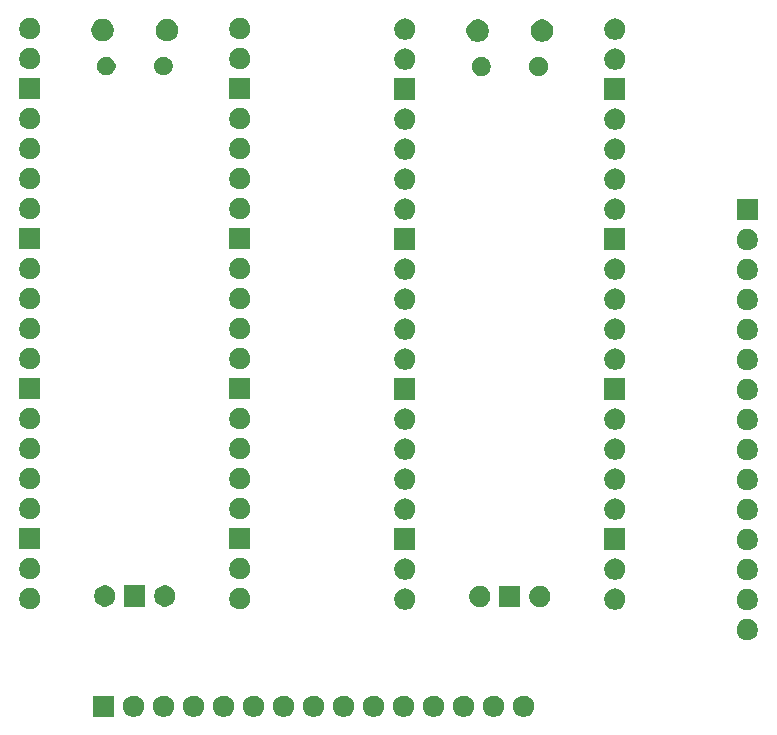
<source format=gbr>
G04 #@! TF.GenerationSoftware,KiCad,Pcbnew,5.1.5+dfsg1-2build2*
G04 #@! TF.CreationDate,2021-06-12T17:40:18+01:00*
G04 #@! TF.ProjectId,picoprobe_pcb,7069636f-7072-46f6-9265-5f7063622e6b,rev?*
G04 #@! TF.SameCoordinates,Original*
G04 #@! TF.FileFunction,Soldermask,Bot*
G04 #@! TF.FilePolarity,Negative*
%FSLAX46Y46*%
G04 Gerber Fmt 4.6, Leading zero omitted, Abs format (unit mm)*
G04 Created by KiCad (PCBNEW 5.1.5+dfsg1-2build2) date 2021-06-12 17:40:18*
%MOMM*%
%LPD*%
G04 APERTURE LIST*
%ADD10C,0.100000*%
G04 APERTURE END LIST*
D10*
G36*
X-71299000Y-51301000D02*
G01*
X-73101000Y-51301000D01*
X-73101000Y-49499000D01*
X-71299000Y-49499000D01*
X-71299000Y-51301000D01*
G37*
G36*
X-39066488Y-49503927D02*
G01*
X-38917188Y-49533624D01*
X-38753216Y-49601544D01*
X-38605646Y-49700147D01*
X-38480147Y-49825646D01*
X-38381544Y-49973216D01*
X-38313624Y-50137188D01*
X-38279000Y-50311259D01*
X-38279000Y-50488741D01*
X-38313624Y-50662812D01*
X-38381544Y-50826784D01*
X-38480147Y-50974354D01*
X-38605646Y-51099853D01*
X-38753216Y-51198456D01*
X-38917188Y-51266376D01*
X-39066488Y-51296073D01*
X-39091258Y-51301000D01*
X-39268742Y-51301000D01*
X-39293512Y-51296073D01*
X-39442812Y-51266376D01*
X-39606784Y-51198456D01*
X-39754354Y-51099853D01*
X-39879853Y-50974354D01*
X-39978456Y-50826784D01*
X-40046376Y-50662812D01*
X-40081000Y-50488741D01*
X-40081000Y-50311259D01*
X-40046376Y-50137188D01*
X-39978456Y-49973216D01*
X-39879853Y-49825646D01*
X-39754354Y-49700147D01*
X-39606784Y-49601544D01*
X-39442812Y-49533624D01*
X-39293512Y-49503927D01*
X-39268742Y-49499000D01*
X-39091258Y-49499000D01*
X-39066488Y-49503927D01*
G37*
G36*
X-36526488Y-49503927D02*
G01*
X-36377188Y-49533624D01*
X-36213216Y-49601544D01*
X-36065646Y-49700147D01*
X-35940147Y-49825646D01*
X-35841544Y-49973216D01*
X-35773624Y-50137188D01*
X-35739000Y-50311259D01*
X-35739000Y-50488741D01*
X-35773624Y-50662812D01*
X-35841544Y-50826784D01*
X-35940147Y-50974354D01*
X-36065646Y-51099853D01*
X-36213216Y-51198456D01*
X-36377188Y-51266376D01*
X-36526488Y-51296073D01*
X-36551258Y-51301000D01*
X-36728742Y-51301000D01*
X-36753512Y-51296073D01*
X-36902812Y-51266376D01*
X-37066784Y-51198456D01*
X-37214354Y-51099853D01*
X-37339853Y-50974354D01*
X-37438456Y-50826784D01*
X-37506376Y-50662812D01*
X-37541000Y-50488741D01*
X-37541000Y-50311259D01*
X-37506376Y-50137188D01*
X-37438456Y-49973216D01*
X-37339853Y-49825646D01*
X-37214354Y-49700147D01*
X-37066784Y-49601544D01*
X-36902812Y-49533624D01*
X-36753512Y-49503927D01*
X-36728742Y-49499000D01*
X-36551258Y-49499000D01*
X-36526488Y-49503927D01*
G37*
G36*
X-41606488Y-49503927D02*
G01*
X-41457188Y-49533624D01*
X-41293216Y-49601544D01*
X-41145646Y-49700147D01*
X-41020147Y-49825646D01*
X-40921544Y-49973216D01*
X-40853624Y-50137188D01*
X-40819000Y-50311259D01*
X-40819000Y-50488741D01*
X-40853624Y-50662812D01*
X-40921544Y-50826784D01*
X-41020147Y-50974354D01*
X-41145646Y-51099853D01*
X-41293216Y-51198456D01*
X-41457188Y-51266376D01*
X-41606488Y-51296073D01*
X-41631258Y-51301000D01*
X-41808742Y-51301000D01*
X-41833512Y-51296073D01*
X-41982812Y-51266376D01*
X-42146784Y-51198456D01*
X-42294354Y-51099853D01*
X-42419853Y-50974354D01*
X-42518456Y-50826784D01*
X-42586376Y-50662812D01*
X-42621000Y-50488741D01*
X-42621000Y-50311259D01*
X-42586376Y-50137188D01*
X-42518456Y-49973216D01*
X-42419853Y-49825646D01*
X-42294354Y-49700147D01*
X-42146784Y-49601544D01*
X-41982812Y-49533624D01*
X-41833512Y-49503927D01*
X-41808742Y-49499000D01*
X-41631258Y-49499000D01*
X-41606488Y-49503927D01*
G37*
G36*
X-44146488Y-49503927D02*
G01*
X-43997188Y-49533624D01*
X-43833216Y-49601544D01*
X-43685646Y-49700147D01*
X-43560147Y-49825646D01*
X-43461544Y-49973216D01*
X-43393624Y-50137188D01*
X-43359000Y-50311259D01*
X-43359000Y-50488741D01*
X-43393624Y-50662812D01*
X-43461544Y-50826784D01*
X-43560147Y-50974354D01*
X-43685646Y-51099853D01*
X-43833216Y-51198456D01*
X-43997188Y-51266376D01*
X-44146488Y-51296073D01*
X-44171258Y-51301000D01*
X-44348742Y-51301000D01*
X-44373512Y-51296073D01*
X-44522812Y-51266376D01*
X-44686784Y-51198456D01*
X-44834354Y-51099853D01*
X-44959853Y-50974354D01*
X-45058456Y-50826784D01*
X-45126376Y-50662812D01*
X-45161000Y-50488741D01*
X-45161000Y-50311259D01*
X-45126376Y-50137188D01*
X-45058456Y-49973216D01*
X-44959853Y-49825646D01*
X-44834354Y-49700147D01*
X-44686784Y-49601544D01*
X-44522812Y-49533624D01*
X-44373512Y-49503927D01*
X-44348742Y-49499000D01*
X-44171258Y-49499000D01*
X-44146488Y-49503927D01*
G37*
G36*
X-46686488Y-49503927D02*
G01*
X-46537188Y-49533624D01*
X-46373216Y-49601544D01*
X-46225646Y-49700147D01*
X-46100147Y-49825646D01*
X-46001544Y-49973216D01*
X-45933624Y-50137188D01*
X-45899000Y-50311259D01*
X-45899000Y-50488741D01*
X-45933624Y-50662812D01*
X-46001544Y-50826784D01*
X-46100147Y-50974354D01*
X-46225646Y-51099853D01*
X-46373216Y-51198456D01*
X-46537188Y-51266376D01*
X-46686488Y-51296073D01*
X-46711258Y-51301000D01*
X-46888742Y-51301000D01*
X-46913512Y-51296073D01*
X-47062812Y-51266376D01*
X-47226784Y-51198456D01*
X-47374354Y-51099853D01*
X-47499853Y-50974354D01*
X-47598456Y-50826784D01*
X-47666376Y-50662812D01*
X-47701000Y-50488741D01*
X-47701000Y-50311259D01*
X-47666376Y-50137188D01*
X-47598456Y-49973216D01*
X-47499853Y-49825646D01*
X-47374354Y-49700147D01*
X-47226784Y-49601544D01*
X-47062812Y-49533624D01*
X-46913512Y-49503927D01*
X-46888742Y-49499000D01*
X-46711258Y-49499000D01*
X-46686488Y-49503927D01*
G37*
G36*
X-49226488Y-49503927D02*
G01*
X-49077188Y-49533624D01*
X-48913216Y-49601544D01*
X-48765646Y-49700147D01*
X-48640147Y-49825646D01*
X-48541544Y-49973216D01*
X-48473624Y-50137188D01*
X-48439000Y-50311259D01*
X-48439000Y-50488741D01*
X-48473624Y-50662812D01*
X-48541544Y-50826784D01*
X-48640147Y-50974354D01*
X-48765646Y-51099853D01*
X-48913216Y-51198456D01*
X-49077188Y-51266376D01*
X-49226488Y-51296073D01*
X-49251258Y-51301000D01*
X-49428742Y-51301000D01*
X-49453512Y-51296073D01*
X-49602812Y-51266376D01*
X-49766784Y-51198456D01*
X-49914354Y-51099853D01*
X-50039853Y-50974354D01*
X-50138456Y-50826784D01*
X-50206376Y-50662812D01*
X-50241000Y-50488741D01*
X-50241000Y-50311259D01*
X-50206376Y-50137188D01*
X-50138456Y-49973216D01*
X-50039853Y-49825646D01*
X-49914354Y-49700147D01*
X-49766784Y-49601544D01*
X-49602812Y-49533624D01*
X-49453512Y-49503927D01*
X-49428742Y-49499000D01*
X-49251258Y-49499000D01*
X-49226488Y-49503927D01*
G37*
G36*
X-51766488Y-49503927D02*
G01*
X-51617188Y-49533624D01*
X-51453216Y-49601544D01*
X-51305646Y-49700147D01*
X-51180147Y-49825646D01*
X-51081544Y-49973216D01*
X-51013624Y-50137188D01*
X-50979000Y-50311259D01*
X-50979000Y-50488741D01*
X-51013624Y-50662812D01*
X-51081544Y-50826784D01*
X-51180147Y-50974354D01*
X-51305646Y-51099853D01*
X-51453216Y-51198456D01*
X-51617188Y-51266376D01*
X-51766488Y-51296073D01*
X-51791258Y-51301000D01*
X-51968742Y-51301000D01*
X-51993512Y-51296073D01*
X-52142812Y-51266376D01*
X-52306784Y-51198456D01*
X-52454354Y-51099853D01*
X-52579853Y-50974354D01*
X-52678456Y-50826784D01*
X-52746376Y-50662812D01*
X-52781000Y-50488741D01*
X-52781000Y-50311259D01*
X-52746376Y-50137188D01*
X-52678456Y-49973216D01*
X-52579853Y-49825646D01*
X-52454354Y-49700147D01*
X-52306784Y-49601544D01*
X-52142812Y-49533624D01*
X-51993512Y-49503927D01*
X-51968742Y-49499000D01*
X-51791258Y-49499000D01*
X-51766488Y-49503927D01*
G37*
G36*
X-56846488Y-49503927D02*
G01*
X-56697188Y-49533624D01*
X-56533216Y-49601544D01*
X-56385646Y-49700147D01*
X-56260147Y-49825646D01*
X-56161544Y-49973216D01*
X-56093624Y-50137188D01*
X-56059000Y-50311259D01*
X-56059000Y-50488741D01*
X-56093624Y-50662812D01*
X-56161544Y-50826784D01*
X-56260147Y-50974354D01*
X-56385646Y-51099853D01*
X-56533216Y-51198456D01*
X-56697188Y-51266376D01*
X-56846488Y-51296073D01*
X-56871258Y-51301000D01*
X-57048742Y-51301000D01*
X-57073512Y-51296073D01*
X-57222812Y-51266376D01*
X-57386784Y-51198456D01*
X-57534354Y-51099853D01*
X-57659853Y-50974354D01*
X-57758456Y-50826784D01*
X-57826376Y-50662812D01*
X-57861000Y-50488741D01*
X-57861000Y-50311259D01*
X-57826376Y-50137188D01*
X-57758456Y-49973216D01*
X-57659853Y-49825646D01*
X-57534354Y-49700147D01*
X-57386784Y-49601544D01*
X-57222812Y-49533624D01*
X-57073512Y-49503927D01*
X-57048742Y-49499000D01*
X-56871258Y-49499000D01*
X-56846488Y-49503927D01*
G37*
G36*
X-54306488Y-49503927D02*
G01*
X-54157188Y-49533624D01*
X-53993216Y-49601544D01*
X-53845646Y-49700147D01*
X-53720147Y-49825646D01*
X-53621544Y-49973216D01*
X-53553624Y-50137188D01*
X-53519000Y-50311259D01*
X-53519000Y-50488741D01*
X-53553624Y-50662812D01*
X-53621544Y-50826784D01*
X-53720147Y-50974354D01*
X-53845646Y-51099853D01*
X-53993216Y-51198456D01*
X-54157188Y-51266376D01*
X-54306488Y-51296073D01*
X-54331258Y-51301000D01*
X-54508742Y-51301000D01*
X-54533512Y-51296073D01*
X-54682812Y-51266376D01*
X-54846784Y-51198456D01*
X-54994354Y-51099853D01*
X-55119853Y-50974354D01*
X-55218456Y-50826784D01*
X-55286376Y-50662812D01*
X-55321000Y-50488741D01*
X-55321000Y-50311259D01*
X-55286376Y-50137188D01*
X-55218456Y-49973216D01*
X-55119853Y-49825646D01*
X-54994354Y-49700147D01*
X-54846784Y-49601544D01*
X-54682812Y-49533624D01*
X-54533512Y-49503927D01*
X-54508742Y-49499000D01*
X-54331258Y-49499000D01*
X-54306488Y-49503927D01*
G37*
G36*
X-69546488Y-49503927D02*
G01*
X-69397188Y-49533624D01*
X-69233216Y-49601544D01*
X-69085646Y-49700147D01*
X-68960147Y-49825646D01*
X-68861544Y-49973216D01*
X-68793624Y-50137188D01*
X-68759000Y-50311259D01*
X-68759000Y-50488741D01*
X-68793624Y-50662812D01*
X-68861544Y-50826784D01*
X-68960147Y-50974354D01*
X-69085646Y-51099853D01*
X-69233216Y-51198456D01*
X-69397188Y-51266376D01*
X-69546488Y-51296073D01*
X-69571258Y-51301000D01*
X-69748742Y-51301000D01*
X-69773512Y-51296073D01*
X-69922812Y-51266376D01*
X-70086784Y-51198456D01*
X-70234354Y-51099853D01*
X-70359853Y-50974354D01*
X-70458456Y-50826784D01*
X-70526376Y-50662812D01*
X-70561000Y-50488741D01*
X-70561000Y-50311259D01*
X-70526376Y-50137188D01*
X-70458456Y-49973216D01*
X-70359853Y-49825646D01*
X-70234354Y-49700147D01*
X-70086784Y-49601544D01*
X-69922812Y-49533624D01*
X-69773512Y-49503927D01*
X-69748742Y-49499000D01*
X-69571258Y-49499000D01*
X-69546488Y-49503927D01*
G37*
G36*
X-67006488Y-49503927D02*
G01*
X-66857188Y-49533624D01*
X-66693216Y-49601544D01*
X-66545646Y-49700147D01*
X-66420147Y-49825646D01*
X-66321544Y-49973216D01*
X-66253624Y-50137188D01*
X-66219000Y-50311259D01*
X-66219000Y-50488741D01*
X-66253624Y-50662812D01*
X-66321544Y-50826784D01*
X-66420147Y-50974354D01*
X-66545646Y-51099853D01*
X-66693216Y-51198456D01*
X-66857188Y-51266376D01*
X-67006488Y-51296073D01*
X-67031258Y-51301000D01*
X-67208742Y-51301000D01*
X-67233512Y-51296073D01*
X-67382812Y-51266376D01*
X-67546784Y-51198456D01*
X-67694354Y-51099853D01*
X-67819853Y-50974354D01*
X-67918456Y-50826784D01*
X-67986376Y-50662812D01*
X-68021000Y-50488741D01*
X-68021000Y-50311259D01*
X-67986376Y-50137188D01*
X-67918456Y-49973216D01*
X-67819853Y-49825646D01*
X-67694354Y-49700147D01*
X-67546784Y-49601544D01*
X-67382812Y-49533624D01*
X-67233512Y-49503927D01*
X-67208742Y-49499000D01*
X-67031258Y-49499000D01*
X-67006488Y-49503927D01*
G37*
G36*
X-61926488Y-49503927D02*
G01*
X-61777188Y-49533624D01*
X-61613216Y-49601544D01*
X-61465646Y-49700147D01*
X-61340147Y-49825646D01*
X-61241544Y-49973216D01*
X-61173624Y-50137188D01*
X-61139000Y-50311259D01*
X-61139000Y-50488741D01*
X-61173624Y-50662812D01*
X-61241544Y-50826784D01*
X-61340147Y-50974354D01*
X-61465646Y-51099853D01*
X-61613216Y-51198456D01*
X-61777188Y-51266376D01*
X-61926488Y-51296073D01*
X-61951258Y-51301000D01*
X-62128742Y-51301000D01*
X-62153512Y-51296073D01*
X-62302812Y-51266376D01*
X-62466784Y-51198456D01*
X-62614354Y-51099853D01*
X-62739853Y-50974354D01*
X-62838456Y-50826784D01*
X-62906376Y-50662812D01*
X-62941000Y-50488741D01*
X-62941000Y-50311259D01*
X-62906376Y-50137188D01*
X-62838456Y-49973216D01*
X-62739853Y-49825646D01*
X-62614354Y-49700147D01*
X-62466784Y-49601544D01*
X-62302812Y-49533624D01*
X-62153512Y-49503927D01*
X-62128742Y-49499000D01*
X-61951258Y-49499000D01*
X-61926488Y-49503927D01*
G37*
G36*
X-59386488Y-49503927D02*
G01*
X-59237188Y-49533624D01*
X-59073216Y-49601544D01*
X-58925646Y-49700147D01*
X-58800147Y-49825646D01*
X-58701544Y-49973216D01*
X-58633624Y-50137188D01*
X-58599000Y-50311259D01*
X-58599000Y-50488741D01*
X-58633624Y-50662812D01*
X-58701544Y-50826784D01*
X-58800147Y-50974354D01*
X-58925646Y-51099853D01*
X-59073216Y-51198456D01*
X-59237188Y-51266376D01*
X-59386488Y-51296073D01*
X-59411258Y-51301000D01*
X-59588742Y-51301000D01*
X-59613512Y-51296073D01*
X-59762812Y-51266376D01*
X-59926784Y-51198456D01*
X-60074354Y-51099853D01*
X-60199853Y-50974354D01*
X-60298456Y-50826784D01*
X-60366376Y-50662812D01*
X-60401000Y-50488741D01*
X-60401000Y-50311259D01*
X-60366376Y-50137188D01*
X-60298456Y-49973216D01*
X-60199853Y-49825646D01*
X-60074354Y-49700147D01*
X-59926784Y-49601544D01*
X-59762812Y-49533624D01*
X-59613512Y-49503927D01*
X-59588742Y-49499000D01*
X-59411258Y-49499000D01*
X-59386488Y-49503927D01*
G37*
G36*
X-64466488Y-49503927D02*
G01*
X-64317188Y-49533624D01*
X-64153216Y-49601544D01*
X-64005646Y-49700147D01*
X-63880147Y-49825646D01*
X-63781544Y-49973216D01*
X-63713624Y-50137188D01*
X-63679000Y-50311259D01*
X-63679000Y-50488741D01*
X-63713624Y-50662812D01*
X-63781544Y-50826784D01*
X-63880147Y-50974354D01*
X-64005646Y-51099853D01*
X-64153216Y-51198456D01*
X-64317188Y-51266376D01*
X-64466488Y-51296073D01*
X-64491258Y-51301000D01*
X-64668742Y-51301000D01*
X-64693512Y-51296073D01*
X-64842812Y-51266376D01*
X-65006784Y-51198456D01*
X-65154354Y-51099853D01*
X-65279853Y-50974354D01*
X-65378456Y-50826784D01*
X-65446376Y-50662812D01*
X-65481000Y-50488741D01*
X-65481000Y-50311259D01*
X-65446376Y-50137188D01*
X-65378456Y-49973216D01*
X-65279853Y-49825646D01*
X-65154354Y-49700147D01*
X-65006784Y-49601544D01*
X-64842812Y-49533624D01*
X-64693512Y-49503927D01*
X-64668742Y-49499000D01*
X-64491258Y-49499000D01*
X-64466488Y-49503927D01*
G37*
G36*
X-17586488Y-43023927D02*
G01*
X-17437188Y-43053624D01*
X-17273216Y-43121544D01*
X-17125646Y-43220147D01*
X-17000147Y-43345646D01*
X-16901544Y-43493216D01*
X-16833624Y-43657188D01*
X-16799000Y-43831259D01*
X-16799000Y-44008741D01*
X-16833624Y-44182812D01*
X-16901544Y-44346784D01*
X-17000147Y-44494354D01*
X-17125646Y-44619853D01*
X-17273216Y-44718456D01*
X-17437188Y-44786376D01*
X-17586488Y-44816073D01*
X-17611258Y-44821000D01*
X-17788742Y-44821000D01*
X-17813512Y-44816073D01*
X-17962812Y-44786376D01*
X-18126784Y-44718456D01*
X-18274354Y-44619853D01*
X-18399853Y-44494354D01*
X-18498456Y-44346784D01*
X-18566376Y-44182812D01*
X-18601000Y-44008741D01*
X-18601000Y-43831259D01*
X-18566376Y-43657188D01*
X-18498456Y-43493216D01*
X-18399853Y-43345646D01*
X-18274354Y-43220147D01*
X-18126784Y-43121544D01*
X-17962812Y-43053624D01*
X-17813512Y-43023927D01*
X-17788742Y-43019000D01*
X-17611258Y-43019000D01*
X-17586488Y-43023927D01*
G37*
G36*
X-17586488Y-40483927D02*
G01*
X-17437188Y-40513624D01*
X-17273216Y-40581544D01*
X-17125646Y-40680147D01*
X-17000147Y-40805646D01*
X-16901544Y-40953216D01*
X-16833624Y-41117188D01*
X-16799000Y-41291259D01*
X-16799000Y-41468741D01*
X-16833624Y-41642812D01*
X-16901544Y-41806784D01*
X-17000147Y-41954354D01*
X-17125646Y-42079853D01*
X-17273216Y-42178456D01*
X-17437188Y-42246376D01*
X-17586488Y-42276073D01*
X-17611258Y-42281000D01*
X-17788742Y-42281000D01*
X-17813512Y-42276073D01*
X-17962812Y-42246376D01*
X-18126784Y-42178456D01*
X-18274354Y-42079853D01*
X-18399853Y-41954354D01*
X-18498456Y-41806784D01*
X-18566376Y-41642812D01*
X-18601000Y-41468741D01*
X-18601000Y-41291259D01*
X-18566376Y-41117188D01*
X-18498456Y-40953216D01*
X-18399853Y-40805646D01*
X-18274354Y-40680147D01*
X-18126784Y-40581544D01*
X-17962812Y-40513624D01*
X-17813512Y-40483927D01*
X-17788742Y-40479000D01*
X-17611258Y-40479000D01*
X-17586488Y-40483927D01*
G37*
G36*
X-28796488Y-40433927D02*
G01*
X-28647188Y-40463624D01*
X-28483216Y-40531544D01*
X-28335646Y-40630147D01*
X-28210147Y-40755646D01*
X-28111544Y-40903216D01*
X-28043624Y-41067188D01*
X-28009000Y-41241259D01*
X-28009000Y-41418741D01*
X-28043624Y-41592812D01*
X-28111544Y-41756784D01*
X-28210147Y-41904354D01*
X-28335646Y-42029853D01*
X-28483216Y-42128456D01*
X-28647188Y-42196376D01*
X-28796488Y-42226073D01*
X-28821258Y-42231000D01*
X-28998742Y-42231000D01*
X-29023512Y-42226073D01*
X-29172812Y-42196376D01*
X-29336784Y-42128456D01*
X-29484354Y-42029853D01*
X-29609853Y-41904354D01*
X-29708456Y-41756784D01*
X-29776376Y-41592812D01*
X-29811000Y-41418741D01*
X-29811000Y-41241259D01*
X-29776376Y-41067188D01*
X-29708456Y-40903216D01*
X-29609853Y-40755646D01*
X-29484354Y-40630147D01*
X-29336784Y-40531544D01*
X-29172812Y-40463624D01*
X-29023512Y-40433927D01*
X-28998742Y-40429000D01*
X-28821258Y-40429000D01*
X-28796488Y-40433927D01*
G37*
G36*
X-46576488Y-40433927D02*
G01*
X-46427188Y-40463624D01*
X-46263216Y-40531544D01*
X-46115646Y-40630147D01*
X-45990147Y-40755646D01*
X-45891544Y-40903216D01*
X-45823624Y-41067188D01*
X-45789000Y-41241259D01*
X-45789000Y-41418741D01*
X-45823624Y-41592812D01*
X-45891544Y-41756784D01*
X-45990147Y-41904354D01*
X-46115646Y-42029853D01*
X-46263216Y-42128456D01*
X-46427188Y-42196376D01*
X-46576488Y-42226073D01*
X-46601258Y-42231000D01*
X-46778742Y-42231000D01*
X-46803512Y-42226073D01*
X-46952812Y-42196376D01*
X-47116784Y-42128456D01*
X-47264354Y-42029853D01*
X-47389853Y-41904354D01*
X-47488456Y-41756784D01*
X-47556376Y-41592812D01*
X-47591000Y-41418741D01*
X-47591000Y-41241259D01*
X-47556376Y-41067188D01*
X-47488456Y-40903216D01*
X-47389853Y-40755646D01*
X-47264354Y-40630147D01*
X-47116784Y-40531544D01*
X-46952812Y-40463624D01*
X-46803512Y-40433927D01*
X-46778742Y-40429000D01*
X-46601258Y-40429000D01*
X-46576488Y-40433927D01*
G37*
G36*
X-60556488Y-40393928D02*
G01*
X-60407188Y-40423625D01*
X-60243216Y-40491545D01*
X-60095646Y-40590148D01*
X-59970147Y-40715647D01*
X-59871544Y-40863217D01*
X-59803624Y-41027189D01*
X-59769000Y-41201260D01*
X-59769000Y-41378742D01*
X-59803624Y-41552813D01*
X-59871544Y-41716785D01*
X-59970147Y-41864355D01*
X-60095646Y-41989854D01*
X-60243216Y-42088457D01*
X-60407188Y-42156377D01*
X-60556488Y-42186074D01*
X-60581258Y-42191001D01*
X-60758742Y-42191001D01*
X-60783512Y-42186074D01*
X-60932812Y-42156377D01*
X-61096784Y-42088457D01*
X-61244354Y-41989854D01*
X-61369853Y-41864355D01*
X-61468456Y-41716785D01*
X-61536376Y-41552813D01*
X-61571000Y-41378742D01*
X-61571000Y-41201260D01*
X-61536376Y-41027189D01*
X-61468456Y-40863217D01*
X-61369853Y-40715647D01*
X-61244354Y-40590148D01*
X-61096784Y-40491545D01*
X-60932812Y-40423625D01*
X-60783512Y-40393928D01*
X-60758742Y-40389001D01*
X-60581258Y-40389001D01*
X-60556488Y-40393928D01*
G37*
G36*
X-78336488Y-40393928D02*
G01*
X-78187188Y-40423625D01*
X-78023216Y-40491545D01*
X-77875646Y-40590148D01*
X-77750147Y-40715647D01*
X-77651544Y-40863217D01*
X-77583624Y-41027189D01*
X-77549000Y-41201260D01*
X-77549000Y-41378742D01*
X-77583624Y-41552813D01*
X-77651544Y-41716785D01*
X-77750147Y-41864355D01*
X-77875646Y-41989854D01*
X-78023216Y-42088457D01*
X-78187188Y-42156377D01*
X-78336488Y-42186074D01*
X-78361258Y-42191001D01*
X-78538742Y-42191001D01*
X-78563512Y-42186074D01*
X-78712812Y-42156377D01*
X-78876784Y-42088457D01*
X-79024354Y-41989854D01*
X-79149853Y-41864355D01*
X-79248456Y-41716785D01*
X-79316376Y-41552813D01*
X-79351000Y-41378742D01*
X-79351000Y-41201260D01*
X-79316376Y-41027189D01*
X-79248456Y-40863217D01*
X-79149853Y-40715647D01*
X-79024354Y-40590148D01*
X-78876784Y-40491545D01*
X-78712812Y-40423625D01*
X-78563512Y-40393928D01*
X-78538742Y-40389001D01*
X-78361258Y-40389001D01*
X-78336488Y-40393928D01*
G37*
G36*
X-35146488Y-40203927D02*
G01*
X-34997188Y-40233624D01*
X-34833216Y-40301544D01*
X-34685646Y-40400147D01*
X-34560147Y-40525646D01*
X-34461544Y-40673216D01*
X-34393624Y-40837188D01*
X-34359000Y-41011259D01*
X-34359000Y-41188741D01*
X-34393624Y-41362812D01*
X-34461544Y-41526784D01*
X-34560147Y-41674354D01*
X-34685646Y-41799853D01*
X-34833216Y-41898456D01*
X-34997188Y-41966376D01*
X-35146488Y-41996073D01*
X-35171258Y-42001000D01*
X-35348742Y-42001000D01*
X-35373512Y-41996073D01*
X-35522812Y-41966376D01*
X-35686784Y-41898456D01*
X-35834354Y-41799853D01*
X-35959853Y-41674354D01*
X-36058456Y-41526784D01*
X-36126376Y-41362812D01*
X-36161000Y-41188741D01*
X-36161000Y-41011259D01*
X-36126376Y-40837188D01*
X-36058456Y-40673216D01*
X-35959853Y-40525646D01*
X-35834354Y-40400147D01*
X-35686784Y-40301544D01*
X-35522812Y-40233624D01*
X-35373512Y-40203927D01*
X-35348742Y-40199000D01*
X-35171258Y-40199000D01*
X-35146488Y-40203927D01*
G37*
G36*
X-40226488Y-40203927D02*
G01*
X-40077188Y-40233624D01*
X-39913216Y-40301544D01*
X-39765646Y-40400147D01*
X-39640147Y-40525646D01*
X-39541544Y-40673216D01*
X-39473624Y-40837188D01*
X-39439000Y-41011259D01*
X-39439000Y-41188741D01*
X-39473624Y-41362812D01*
X-39541544Y-41526784D01*
X-39640147Y-41674354D01*
X-39765646Y-41799853D01*
X-39913216Y-41898456D01*
X-40077188Y-41966376D01*
X-40226488Y-41996073D01*
X-40251258Y-42001000D01*
X-40428742Y-42001000D01*
X-40453512Y-41996073D01*
X-40602812Y-41966376D01*
X-40766784Y-41898456D01*
X-40914354Y-41799853D01*
X-41039853Y-41674354D01*
X-41138456Y-41526784D01*
X-41206376Y-41362812D01*
X-41241000Y-41188741D01*
X-41241000Y-41011259D01*
X-41206376Y-40837188D01*
X-41138456Y-40673216D01*
X-41039853Y-40525646D01*
X-40914354Y-40400147D01*
X-40766784Y-40301544D01*
X-40602812Y-40233624D01*
X-40453512Y-40203927D01*
X-40428742Y-40199000D01*
X-40251258Y-40199000D01*
X-40226488Y-40203927D01*
G37*
G36*
X-36899000Y-42001000D02*
G01*
X-38701000Y-42001000D01*
X-38701000Y-40199000D01*
X-36899000Y-40199000D01*
X-36899000Y-42001000D01*
G37*
G36*
X-66906488Y-40163928D02*
G01*
X-66757188Y-40193625D01*
X-66593216Y-40261545D01*
X-66445646Y-40360148D01*
X-66320147Y-40485647D01*
X-66221544Y-40633217D01*
X-66153624Y-40797189D01*
X-66119000Y-40971260D01*
X-66119000Y-41148742D01*
X-66153624Y-41322813D01*
X-66221544Y-41486785D01*
X-66320147Y-41634355D01*
X-66445646Y-41759854D01*
X-66593216Y-41858457D01*
X-66757188Y-41926377D01*
X-66906488Y-41956074D01*
X-66931258Y-41961001D01*
X-67108742Y-41961001D01*
X-67133512Y-41956074D01*
X-67282812Y-41926377D01*
X-67446784Y-41858457D01*
X-67594354Y-41759854D01*
X-67719853Y-41634355D01*
X-67818456Y-41486785D01*
X-67886376Y-41322813D01*
X-67921000Y-41148742D01*
X-67921000Y-40971260D01*
X-67886376Y-40797189D01*
X-67818456Y-40633217D01*
X-67719853Y-40485647D01*
X-67594354Y-40360148D01*
X-67446784Y-40261545D01*
X-67282812Y-40193625D01*
X-67133512Y-40163928D01*
X-67108742Y-40159001D01*
X-66931258Y-40159001D01*
X-66906488Y-40163928D01*
G37*
G36*
X-71986488Y-40163928D02*
G01*
X-71837188Y-40193625D01*
X-71673216Y-40261545D01*
X-71525646Y-40360148D01*
X-71400147Y-40485647D01*
X-71301544Y-40633217D01*
X-71233624Y-40797189D01*
X-71199000Y-40971260D01*
X-71199000Y-41148742D01*
X-71233624Y-41322813D01*
X-71301544Y-41486785D01*
X-71400147Y-41634355D01*
X-71525646Y-41759854D01*
X-71673216Y-41858457D01*
X-71837188Y-41926377D01*
X-71986488Y-41956074D01*
X-72011258Y-41961001D01*
X-72188742Y-41961001D01*
X-72213512Y-41956074D01*
X-72362812Y-41926377D01*
X-72526784Y-41858457D01*
X-72674354Y-41759854D01*
X-72799853Y-41634355D01*
X-72898456Y-41486785D01*
X-72966376Y-41322813D01*
X-73001000Y-41148742D01*
X-73001000Y-40971260D01*
X-72966376Y-40797189D01*
X-72898456Y-40633217D01*
X-72799853Y-40485647D01*
X-72674354Y-40360148D01*
X-72526784Y-40261545D01*
X-72362812Y-40193625D01*
X-72213512Y-40163928D01*
X-72188742Y-40159001D01*
X-72011258Y-40159001D01*
X-71986488Y-40163928D01*
G37*
G36*
X-68659000Y-41961001D02*
G01*
X-70461000Y-41961001D01*
X-70461000Y-40159001D01*
X-68659000Y-40159001D01*
X-68659000Y-41961001D01*
G37*
G36*
X-17586488Y-37943927D02*
G01*
X-17437188Y-37973624D01*
X-17273216Y-38041544D01*
X-17125646Y-38140147D01*
X-17000147Y-38265646D01*
X-16901544Y-38413216D01*
X-16833624Y-38577188D01*
X-16799000Y-38751259D01*
X-16799000Y-38928741D01*
X-16833624Y-39102812D01*
X-16901544Y-39266784D01*
X-17000147Y-39414354D01*
X-17125646Y-39539853D01*
X-17273216Y-39638456D01*
X-17437188Y-39706376D01*
X-17586488Y-39736073D01*
X-17611258Y-39741000D01*
X-17788742Y-39741000D01*
X-17813512Y-39736073D01*
X-17962812Y-39706376D01*
X-18126784Y-39638456D01*
X-18274354Y-39539853D01*
X-18399853Y-39414354D01*
X-18498456Y-39266784D01*
X-18566376Y-39102812D01*
X-18601000Y-38928741D01*
X-18601000Y-38751259D01*
X-18566376Y-38577188D01*
X-18498456Y-38413216D01*
X-18399853Y-38265646D01*
X-18274354Y-38140147D01*
X-18126784Y-38041544D01*
X-17962812Y-37973624D01*
X-17813512Y-37943927D01*
X-17788742Y-37939000D01*
X-17611258Y-37939000D01*
X-17586488Y-37943927D01*
G37*
G36*
X-28796488Y-37893927D02*
G01*
X-28647188Y-37923624D01*
X-28483216Y-37991544D01*
X-28335646Y-38090147D01*
X-28210147Y-38215646D01*
X-28111544Y-38363216D01*
X-28043624Y-38527188D01*
X-28009000Y-38701259D01*
X-28009000Y-38878741D01*
X-28043624Y-39052812D01*
X-28111544Y-39216784D01*
X-28210147Y-39364354D01*
X-28335646Y-39489853D01*
X-28483216Y-39588456D01*
X-28647188Y-39656376D01*
X-28796488Y-39686073D01*
X-28821258Y-39691000D01*
X-28998742Y-39691000D01*
X-29023512Y-39686073D01*
X-29172812Y-39656376D01*
X-29336784Y-39588456D01*
X-29484354Y-39489853D01*
X-29609853Y-39364354D01*
X-29708456Y-39216784D01*
X-29776376Y-39052812D01*
X-29811000Y-38878741D01*
X-29811000Y-38701259D01*
X-29776376Y-38527188D01*
X-29708456Y-38363216D01*
X-29609853Y-38215646D01*
X-29484354Y-38090147D01*
X-29336784Y-37991544D01*
X-29172812Y-37923624D01*
X-29023512Y-37893927D01*
X-28998742Y-37889000D01*
X-28821258Y-37889000D01*
X-28796488Y-37893927D01*
G37*
G36*
X-46576488Y-37893927D02*
G01*
X-46427188Y-37923624D01*
X-46263216Y-37991544D01*
X-46115646Y-38090147D01*
X-45990147Y-38215646D01*
X-45891544Y-38363216D01*
X-45823624Y-38527188D01*
X-45789000Y-38701259D01*
X-45789000Y-38878741D01*
X-45823624Y-39052812D01*
X-45891544Y-39216784D01*
X-45990147Y-39364354D01*
X-46115646Y-39489853D01*
X-46263216Y-39588456D01*
X-46427188Y-39656376D01*
X-46576488Y-39686073D01*
X-46601258Y-39691000D01*
X-46778742Y-39691000D01*
X-46803512Y-39686073D01*
X-46952812Y-39656376D01*
X-47116784Y-39588456D01*
X-47264354Y-39489853D01*
X-47389853Y-39364354D01*
X-47488456Y-39216784D01*
X-47556376Y-39052812D01*
X-47591000Y-38878741D01*
X-47591000Y-38701259D01*
X-47556376Y-38527188D01*
X-47488456Y-38363216D01*
X-47389853Y-38215646D01*
X-47264354Y-38090147D01*
X-47116784Y-37991544D01*
X-46952812Y-37923624D01*
X-46803512Y-37893927D01*
X-46778742Y-37889000D01*
X-46601258Y-37889000D01*
X-46576488Y-37893927D01*
G37*
G36*
X-78336488Y-37853928D02*
G01*
X-78187188Y-37883625D01*
X-78023216Y-37951545D01*
X-77875646Y-38050148D01*
X-77750147Y-38175647D01*
X-77651544Y-38323217D01*
X-77583624Y-38487189D01*
X-77549000Y-38661260D01*
X-77549000Y-38838742D01*
X-77583624Y-39012813D01*
X-77651544Y-39176785D01*
X-77750147Y-39324355D01*
X-77875646Y-39449854D01*
X-78023216Y-39548457D01*
X-78187188Y-39616377D01*
X-78336488Y-39646074D01*
X-78361258Y-39651001D01*
X-78538742Y-39651001D01*
X-78563512Y-39646074D01*
X-78712812Y-39616377D01*
X-78876784Y-39548457D01*
X-79024354Y-39449854D01*
X-79149853Y-39324355D01*
X-79248456Y-39176785D01*
X-79316376Y-39012813D01*
X-79351000Y-38838742D01*
X-79351000Y-38661260D01*
X-79316376Y-38487189D01*
X-79248456Y-38323217D01*
X-79149853Y-38175647D01*
X-79024354Y-38050148D01*
X-78876784Y-37951545D01*
X-78712812Y-37883625D01*
X-78563512Y-37853928D01*
X-78538742Y-37849001D01*
X-78361258Y-37849001D01*
X-78336488Y-37853928D01*
G37*
G36*
X-60556488Y-37853928D02*
G01*
X-60407188Y-37883625D01*
X-60243216Y-37951545D01*
X-60095646Y-38050148D01*
X-59970147Y-38175647D01*
X-59871544Y-38323217D01*
X-59803624Y-38487189D01*
X-59769000Y-38661260D01*
X-59769000Y-38838742D01*
X-59803624Y-39012813D01*
X-59871544Y-39176785D01*
X-59970147Y-39324355D01*
X-60095646Y-39449854D01*
X-60243216Y-39548457D01*
X-60407188Y-39616377D01*
X-60556488Y-39646074D01*
X-60581258Y-39651001D01*
X-60758742Y-39651001D01*
X-60783512Y-39646074D01*
X-60932812Y-39616377D01*
X-61096784Y-39548457D01*
X-61244354Y-39449854D01*
X-61369853Y-39324355D01*
X-61468456Y-39176785D01*
X-61536376Y-39012813D01*
X-61571000Y-38838742D01*
X-61571000Y-38661260D01*
X-61536376Y-38487189D01*
X-61468456Y-38323217D01*
X-61369853Y-38175647D01*
X-61244354Y-38050148D01*
X-61096784Y-37951545D01*
X-60932812Y-37883625D01*
X-60783512Y-37853928D01*
X-60758742Y-37849001D01*
X-60581258Y-37849001D01*
X-60556488Y-37853928D01*
G37*
G36*
X-17586488Y-35403927D02*
G01*
X-17437188Y-35433624D01*
X-17273216Y-35501544D01*
X-17125646Y-35600147D01*
X-17000147Y-35725646D01*
X-16901544Y-35873216D01*
X-16833624Y-36037188D01*
X-16799000Y-36211259D01*
X-16799000Y-36388741D01*
X-16833624Y-36562812D01*
X-16901544Y-36726784D01*
X-17000147Y-36874354D01*
X-17125646Y-36999853D01*
X-17273216Y-37098456D01*
X-17437188Y-37166376D01*
X-17586488Y-37196073D01*
X-17611258Y-37201000D01*
X-17788742Y-37201000D01*
X-17813512Y-37196073D01*
X-17962812Y-37166376D01*
X-18126784Y-37098456D01*
X-18274354Y-36999853D01*
X-18399853Y-36874354D01*
X-18498456Y-36726784D01*
X-18566376Y-36562812D01*
X-18601000Y-36388741D01*
X-18601000Y-36211259D01*
X-18566376Y-36037188D01*
X-18498456Y-35873216D01*
X-18399853Y-35725646D01*
X-18274354Y-35600147D01*
X-18126784Y-35501544D01*
X-17962812Y-35433624D01*
X-17813512Y-35403927D01*
X-17788742Y-35399000D01*
X-17611258Y-35399000D01*
X-17586488Y-35403927D01*
G37*
G36*
X-28009000Y-37151000D02*
G01*
X-29811000Y-37151000D01*
X-29811000Y-35349000D01*
X-28009000Y-35349000D01*
X-28009000Y-37151000D01*
G37*
G36*
X-45789000Y-37151000D02*
G01*
X-47591000Y-37151000D01*
X-47591000Y-35349000D01*
X-45789000Y-35349000D01*
X-45789000Y-37151000D01*
G37*
G36*
X-59769000Y-37111001D02*
G01*
X-61571000Y-37111001D01*
X-61571000Y-35309001D01*
X-59769000Y-35309001D01*
X-59769000Y-37111001D01*
G37*
G36*
X-77549000Y-37111001D02*
G01*
X-79351000Y-37111001D01*
X-79351000Y-35309001D01*
X-77549000Y-35309001D01*
X-77549000Y-37111001D01*
G37*
G36*
X-17586488Y-32863927D02*
G01*
X-17437188Y-32893624D01*
X-17273216Y-32961544D01*
X-17125646Y-33060147D01*
X-17000147Y-33185646D01*
X-16901544Y-33333216D01*
X-16833624Y-33497188D01*
X-16799000Y-33671259D01*
X-16799000Y-33848741D01*
X-16833624Y-34022812D01*
X-16901544Y-34186784D01*
X-17000147Y-34334354D01*
X-17125646Y-34459853D01*
X-17273216Y-34558456D01*
X-17437188Y-34626376D01*
X-17586488Y-34656073D01*
X-17611258Y-34661000D01*
X-17788742Y-34661000D01*
X-17813512Y-34656073D01*
X-17962812Y-34626376D01*
X-18126784Y-34558456D01*
X-18274354Y-34459853D01*
X-18399853Y-34334354D01*
X-18498456Y-34186784D01*
X-18566376Y-34022812D01*
X-18601000Y-33848741D01*
X-18601000Y-33671259D01*
X-18566376Y-33497188D01*
X-18498456Y-33333216D01*
X-18399853Y-33185646D01*
X-18274354Y-33060147D01*
X-18126784Y-32961544D01*
X-17962812Y-32893624D01*
X-17813512Y-32863927D01*
X-17788742Y-32859000D01*
X-17611258Y-32859000D01*
X-17586488Y-32863927D01*
G37*
G36*
X-46576488Y-32813927D02*
G01*
X-46427188Y-32843624D01*
X-46263216Y-32911544D01*
X-46115646Y-33010147D01*
X-45990147Y-33135646D01*
X-45891544Y-33283216D01*
X-45823624Y-33447188D01*
X-45789000Y-33621259D01*
X-45789000Y-33798741D01*
X-45823624Y-33972812D01*
X-45891544Y-34136784D01*
X-45990147Y-34284354D01*
X-46115646Y-34409853D01*
X-46263216Y-34508456D01*
X-46427188Y-34576376D01*
X-46576488Y-34606073D01*
X-46601258Y-34611000D01*
X-46778742Y-34611000D01*
X-46803512Y-34606073D01*
X-46952812Y-34576376D01*
X-47116784Y-34508456D01*
X-47264354Y-34409853D01*
X-47389853Y-34284354D01*
X-47488456Y-34136784D01*
X-47556376Y-33972812D01*
X-47591000Y-33798741D01*
X-47591000Y-33621259D01*
X-47556376Y-33447188D01*
X-47488456Y-33283216D01*
X-47389853Y-33135646D01*
X-47264354Y-33010147D01*
X-47116784Y-32911544D01*
X-46952812Y-32843624D01*
X-46803512Y-32813927D01*
X-46778742Y-32809000D01*
X-46601258Y-32809000D01*
X-46576488Y-32813927D01*
G37*
G36*
X-28796488Y-32813927D02*
G01*
X-28647188Y-32843624D01*
X-28483216Y-32911544D01*
X-28335646Y-33010147D01*
X-28210147Y-33135646D01*
X-28111544Y-33283216D01*
X-28043624Y-33447188D01*
X-28009000Y-33621259D01*
X-28009000Y-33798741D01*
X-28043624Y-33972812D01*
X-28111544Y-34136784D01*
X-28210147Y-34284354D01*
X-28335646Y-34409853D01*
X-28483216Y-34508456D01*
X-28647188Y-34576376D01*
X-28796488Y-34606073D01*
X-28821258Y-34611000D01*
X-28998742Y-34611000D01*
X-29023512Y-34606073D01*
X-29172812Y-34576376D01*
X-29336784Y-34508456D01*
X-29484354Y-34409853D01*
X-29609853Y-34284354D01*
X-29708456Y-34136784D01*
X-29776376Y-33972812D01*
X-29811000Y-33798741D01*
X-29811000Y-33621259D01*
X-29776376Y-33447188D01*
X-29708456Y-33283216D01*
X-29609853Y-33135646D01*
X-29484354Y-33010147D01*
X-29336784Y-32911544D01*
X-29172812Y-32843624D01*
X-29023512Y-32813927D01*
X-28998742Y-32809000D01*
X-28821258Y-32809000D01*
X-28796488Y-32813927D01*
G37*
G36*
X-60556488Y-32773928D02*
G01*
X-60407188Y-32803625D01*
X-60243216Y-32871545D01*
X-60095646Y-32970148D01*
X-59970147Y-33095647D01*
X-59871544Y-33243217D01*
X-59803624Y-33407189D01*
X-59769000Y-33581260D01*
X-59769000Y-33758742D01*
X-59803624Y-33932813D01*
X-59871544Y-34096785D01*
X-59970147Y-34244355D01*
X-60095646Y-34369854D01*
X-60243216Y-34468457D01*
X-60407188Y-34536377D01*
X-60556488Y-34566074D01*
X-60581258Y-34571001D01*
X-60758742Y-34571001D01*
X-60783512Y-34566074D01*
X-60932812Y-34536377D01*
X-61096784Y-34468457D01*
X-61244354Y-34369854D01*
X-61369853Y-34244355D01*
X-61468456Y-34096785D01*
X-61536376Y-33932813D01*
X-61571000Y-33758742D01*
X-61571000Y-33581260D01*
X-61536376Y-33407189D01*
X-61468456Y-33243217D01*
X-61369853Y-33095647D01*
X-61244354Y-32970148D01*
X-61096784Y-32871545D01*
X-60932812Y-32803625D01*
X-60783512Y-32773928D01*
X-60758742Y-32769001D01*
X-60581258Y-32769001D01*
X-60556488Y-32773928D01*
G37*
G36*
X-78336488Y-32773928D02*
G01*
X-78187188Y-32803625D01*
X-78023216Y-32871545D01*
X-77875646Y-32970148D01*
X-77750147Y-33095647D01*
X-77651544Y-33243217D01*
X-77583624Y-33407189D01*
X-77549000Y-33581260D01*
X-77549000Y-33758742D01*
X-77583624Y-33932813D01*
X-77651544Y-34096785D01*
X-77750147Y-34244355D01*
X-77875646Y-34369854D01*
X-78023216Y-34468457D01*
X-78187188Y-34536377D01*
X-78336488Y-34566074D01*
X-78361258Y-34571001D01*
X-78538742Y-34571001D01*
X-78563512Y-34566074D01*
X-78712812Y-34536377D01*
X-78876784Y-34468457D01*
X-79024354Y-34369854D01*
X-79149853Y-34244355D01*
X-79248456Y-34096785D01*
X-79316376Y-33932813D01*
X-79351000Y-33758742D01*
X-79351000Y-33581260D01*
X-79316376Y-33407189D01*
X-79248456Y-33243217D01*
X-79149853Y-33095647D01*
X-79024354Y-32970148D01*
X-78876784Y-32871545D01*
X-78712812Y-32803625D01*
X-78563512Y-32773928D01*
X-78538742Y-32769001D01*
X-78361258Y-32769001D01*
X-78336488Y-32773928D01*
G37*
G36*
X-17586488Y-30323927D02*
G01*
X-17437188Y-30353624D01*
X-17273216Y-30421544D01*
X-17125646Y-30520147D01*
X-17000147Y-30645646D01*
X-16901544Y-30793216D01*
X-16833624Y-30957188D01*
X-16799000Y-31131259D01*
X-16799000Y-31308741D01*
X-16833624Y-31482812D01*
X-16901544Y-31646784D01*
X-17000147Y-31794354D01*
X-17125646Y-31919853D01*
X-17273216Y-32018456D01*
X-17437188Y-32086376D01*
X-17586488Y-32116073D01*
X-17611258Y-32121000D01*
X-17788742Y-32121000D01*
X-17813512Y-32116073D01*
X-17962812Y-32086376D01*
X-18126784Y-32018456D01*
X-18274354Y-31919853D01*
X-18399853Y-31794354D01*
X-18498456Y-31646784D01*
X-18566376Y-31482812D01*
X-18601000Y-31308741D01*
X-18601000Y-31131259D01*
X-18566376Y-30957188D01*
X-18498456Y-30793216D01*
X-18399853Y-30645646D01*
X-18274354Y-30520147D01*
X-18126784Y-30421544D01*
X-17962812Y-30353624D01*
X-17813512Y-30323927D01*
X-17788742Y-30319000D01*
X-17611258Y-30319000D01*
X-17586488Y-30323927D01*
G37*
G36*
X-28796488Y-30273927D02*
G01*
X-28647188Y-30303624D01*
X-28483216Y-30371544D01*
X-28335646Y-30470147D01*
X-28210147Y-30595646D01*
X-28111544Y-30743216D01*
X-28043624Y-30907188D01*
X-28009000Y-31081259D01*
X-28009000Y-31258741D01*
X-28043624Y-31432812D01*
X-28111544Y-31596784D01*
X-28210147Y-31744354D01*
X-28335646Y-31869853D01*
X-28483216Y-31968456D01*
X-28647188Y-32036376D01*
X-28796488Y-32066073D01*
X-28821258Y-32071000D01*
X-28998742Y-32071000D01*
X-29023512Y-32066073D01*
X-29172812Y-32036376D01*
X-29336784Y-31968456D01*
X-29484354Y-31869853D01*
X-29609853Y-31744354D01*
X-29708456Y-31596784D01*
X-29776376Y-31432812D01*
X-29811000Y-31258741D01*
X-29811000Y-31081259D01*
X-29776376Y-30907188D01*
X-29708456Y-30743216D01*
X-29609853Y-30595646D01*
X-29484354Y-30470147D01*
X-29336784Y-30371544D01*
X-29172812Y-30303624D01*
X-29023512Y-30273927D01*
X-28998742Y-30269000D01*
X-28821258Y-30269000D01*
X-28796488Y-30273927D01*
G37*
G36*
X-46576488Y-30273927D02*
G01*
X-46427188Y-30303624D01*
X-46263216Y-30371544D01*
X-46115646Y-30470147D01*
X-45990147Y-30595646D01*
X-45891544Y-30743216D01*
X-45823624Y-30907188D01*
X-45789000Y-31081259D01*
X-45789000Y-31258741D01*
X-45823624Y-31432812D01*
X-45891544Y-31596784D01*
X-45990147Y-31744354D01*
X-46115646Y-31869853D01*
X-46263216Y-31968456D01*
X-46427188Y-32036376D01*
X-46576488Y-32066073D01*
X-46601258Y-32071000D01*
X-46778742Y-32071000D01*
X-46803512Y-32066073D01*
X-46952812Y-32036376D01*
X-47116784Y-31968456D01*
X-47264354Y-31869853D01*
X-47389853Y-31744354D01*
X-47488456Y-31596784D01*
X-47556376Y-31432812D01*
X-47591000Y-31258741D01*
X-47591000Y-31081259D01*
X-47556376Y-30907188D01*
X-47488456Y-30743216D01*
X-47389853Y-30595646D01*
X-47264354Y-30470147D01*
X-47116784Y-30371544D01*
X-46952812Y-30303624D01*
X-46803512Y-30273927D01*
X-46778742Y-30269000D01*
X-46601258Y-30269000D01*
X-46576488Y-30273927D01*
G37*
G36*
X-78336488Y-30233928D02*
G01*
X-78187188Y-30263625D01*
X-78023216Y-30331545D01*
X-77875646Y-30430148D01*
X-77750147Y-30555647D01*
X-77651544Y-30703217D01*
X-77583624Y-30867189D01*
X-77549000Y-31041260D01*
X-77549000Y-31218742D01*
X-77583624Y-31392813D01*
X-77651544Y-31556785D01*
X-77750147Y-31704355D01*
X-77875646Y-31829854D01*
X-78023216Y-31928457D01*
X-78187188Y-31996377D01*
X-78336488Y-32026074D01*
X-78361258Y-32031001D01*
X-78538742Y-32031001D01*
X-78563512Y-32026074D01*
X-78712812Y-31996377D01*
X-78876784Y-31928457D01*
X-79024354Y-31829854D01*
X-79149853Y-31704355D01*
X-79248456Y-31556785D01*
X-79316376Y-31392813D01*
X-79351000Y-31218742D01*
X-79351000Y-31041260D01*
X-79316376Y-30867189D01*
X-79248456Y-30703217D01*
X-79149853Y-30555647D01*
X-79024354Y-30430148D01*
X-78876784Y-30331545D01*
X-78712812Y-30263625D01*
X-78563512Y-30233928D01*
X-78538742Y-30229001D01*
X-78361258Y-30229001D01*
X-78336488Y-30233928D01*
G37*
G36*
X-60556488Y-30233928D02*
G01*
X-60407188Y-30263625D01*
X-60243216Y-30331545D01*
X-60095646Y-30430148D01*
X-59970147Y-30555647D01*
X-59871544Y-30703217D01*
X-59803624Y-30867189D01*
X-59769000Y-31041260D01*
X-59769000Y-31218742D01*
X-59803624Y-31392813D01*
X-59871544Y-31556785D01*
X-59970147Y-31704355D01*
X-60095646Y-31829854D01*
X-60243216Y-31928457D01*
X-60407188Y-31996377D01*
X-60556488Y-32026074D01*
X-60581258Y-32031001D01*
X-60758742Y-32031001D01*
X-60783512Y-32026074D01*
X-60932812Y-31996377D01*
X-61096784Y-31928457D01*
X-61244354Y-31829854D01*
X-61369853Y-31704355D01*
X-61468456Y-31556785D01*
X-61536376Y-31392813D01*
X-61571000Y-31218742D01*
X-61571000Y-31041260D01*
X-61536376Y-30867189D01*
X-61468456Y-30703217D01*
X-61369853Y-30555647D01*
X-61244354Y-30430148D01*
X-61096784Y-30331545D01*
X-60932812Y-30263625D01*
X-60783512Y-30233928D01*
X-60758742Y-30229001D01*
X-60581258Y-30229001D01*
X-60556488Y-30233928D01*
G37*
G36*
X-17586488Y-27783927D02*
G01*
X-17437188Y-27813624D01*
X-17273216Y-27881544D01*
X-17125646Y-27980147D01*
X-17000147Y-28105646D01*
X-16901544Y-28253216D01*
X-16833624Y-28417188D01*
X-16799000Y-28591259D01*
X-16799000Y-28768741D01*
X-16833624Y-28942812D01*
X-16901544Y-29106784D01*
X-17000147Y-29254354D01*
X-17125646Y-29379853D01*
X-17273216Y-29478456D01*
X-17437188Y-29546376D01*
X-17586488Y-29576073D01*
X-17611258Y-29581000D01*
X-17788742Y-29581000D01*
X-17813512Y-29576073D01*
X-17962812Y-29546376D01*
X-18126784Y-29478456D01*
X-18274354Y-29379853D01*
X-18399853Y-29254354D01*
X-18498456Y-29106784D01*
X-18566376Y-28942812D01*
X-18601000Y-28768741D01*
X-18601000Y-28591259D01*
X-18566376Y-28417188D01*
X-18498456Y-28253216D01*
X-18399853Y-28105646D01*
X-18274354Y-27980147D01*
X-18126784Y-27881544D01*
X-17962812Y-27813624D01*
X-17813512Y-27783927D01*
X-17788742Y-27779000D01*
X-17611258Y-27779000D01*
X-17586488Y-27783927D01*
G37*
G36*
X-46576488Y-27733927D02*
G01*
X-46427188Y-27763624D01*
X-46263216Y-27831544D01*
X-46115646Y-27930147D01*
X-45990147Y-28055646D01*
X-45891544Y-28203216D01*
X-45823624Y-28367188D01*
X-45789000Y-28541259D01*
X-45789000Y-28718741D01*
X-45823624Y-28892812D01*
X-45891544Y-29056784D01*
X-45990147Y-29204354D01*
X-46115646Y-29329853D01*
X-46263216Y-29428456D01*
X-46427188Y-29496376D01*
X-46576488Y-29526073D01*
X-46601258Y-29531000D01*
X-46778742Y-29531000D01*
X-46803512Y-29526073D01*
X-46952812Y-29496376D01*
X-47116784Y-29428456D01*
X-47264354Y-29329853D01*
X-47389853Y-29204354D01*
X-47488456Y-29056784D01*
X-47556376Y-28892812D01*
X-47591000Y-28718741D01*
X-47591000Y-28541259D01*
X-47556376Y-28367188D01*
X-47488456Y-28203216D01*
X-47389853Y-28055646D01*
X-47264354Y-27930147D01*
X-47116784Y-27831544D01*
X-46952812Y-27763624D01*
X-46803512Y-27733927D01*
X-46778742Y-27729000D01*
X-46601258Y-27729000D01*
X-46576488Y-27733927D01*
G37*
G36*
X-28796488Y-27733927D02*
G01*
X-28647188Y-27763624D01*
X-28483216Y-27831544D01*
X-28335646Y-27930147D01*
X-28210147Y-28055646D01*
X-28111544Y-28203216D01*
X-28043624Y-28367188D01*
X-28009000Y-28541259D01*
X-28009000Y-28718741D01*
X-28043624Y-28892812D01*
X-28111544Y-29056784D01*
X-28210147Y-29204354D01*
X-28335646Y-29329853D01*
X-28483216Y-29428456D01*
X-28647188Y-29496376D01*
X-28796488Y-29526073D01*
X-28821258Y-29531000D01*
X-28998742Y-29531000D01*
X-29023512Y-29526073D01*
X-29172812Y-29496376D01*
X-29336784Y-29428456D01*
X-29484354Y-29329853D01*
X-29609853Y-29204354D01*
X-29708456Y-29056784D01*
X-29776376Y-28892812D01*
X-29811000Y-28718741D01*
X-29811000Y-28541259D01*
X-29776376Y-28367188D01*
X-29708456Y-28203216D01*
X-29609853Y-28055646D01*
X-29484354Y-27930147D01*
X-29336784Y-27831544D01*
X-29172812Y-27763624D01*
X-29023512Y-27733927D01*
X-28998742Y-27729000D01*
X-28821258Y-27729000D01*
X-28796488Y-27733927D01*
G37*
G36*
X-78336488Y-27693928D02*
G01*
X-78187188Y-27723625D01*
X-78023216Y-27791545D01*
X-77875646Y-27890148D01*
X-77750147Y-28015647D01*
X-77651544Y-28163217D01*
X-77583624Y-28327189D01*
X-77549000Y-28501260D01*
X-77549000Y-28678742D01*
X-77583624Y-28852813D01*
X-77651544Y-29016785D01*
X-77750147Y-29164355D01*
X-77875646Y-29289854D01*
X-78023216Y-29388457D01*
X-78187188Y-29456377D01*
X-78336488Y-29486074D01*
X-78361258Y-29491001D01*
X-78538742Y-29491001D01*
X-78563512Y-29486074D01*
X-78712812Y-29456377D01*
X-78876784Y-29388457D01*
X-79024354Y-29289854D01*
X-79149853Y-29164355D01*
X-79248456Y-29016785D01*
X-79316376Y-28852813D01*
X-79351000Y-28678742D01*
X-79351000Y-28501260D01*
X-79316376Y-28327189D01*
X-79248456Y-28163217D01*
X-79149853Y-28015647D01*
X-79024354Y-27890148D01*
X-78876784Y-27791545D01*
X-78712812Y-27723625D01*
X-78563512Y-27693928D01*
X-78538742Y-27689001D01*
X-78361258Y-27689001D01*
X-78336488Y-27693928D01*
G37*
G36*
X-60556488Y-27693928D02*
G01*
X-60407188Y-27723625D01*
X-60243216Y-27791545D01*
X-60095646Y-27890148D01*
X-59970147Y-28015647D01*
X-59871544Y-28163217D01*
X-59803624Y-28327189D01*
X-59769000Y-28501260D01*
X-59769000Y-28678742D01*
X-59803624Y-28852813D01*
X-59871544Y-29016785D01*
X-59970147Y-29164355D01*
X-60095646Y-29289854D01*
X-60243216Y-29388457D01*
X-60407188Y-29456377D01*
X-60556488Y-29486074D01*
X-60581258Y-29491001D01*
X-60758742Y-29491001D01*
X-60783512Y-29486074D01*
X-60932812Y-29456377D01*
X-61096784Y-29388457D01*
X-61244354Y-29289854D01*
X-61369853Y-29164355D01*
X-61468456Y-29016785D01*
X-61536376Y-28852813D01*
X-61571000Y-28678742D01*
X-61571000Y-28501260D01*
X-61536376Y-28327189D01*
X-61468456Y-28163217D01*
X-61369853Y-28015647D01*
X-61244354Y-27890148D01*
X-61096784Y-27791545D01*
X-60932812Y-27723625D01*
X-60783512Y-27693928D01*
X-60758742Y-27689001D01*
X-60581258Y-27689001D01*
X-60556488Y-27693928D01*
G37*
G36*
X-17586488Y-25243927D02*
G01*
X-17437188Y-25273624D01*
X-17273216Y-25341544D01*
X-17125646Y-25440147D01*
X-17000147Y-25565646D01*
X-16901544Y-25713216D01*
X-16833624Y-25877188D01*
X-16799000Y-26051259D01*
X-16799000Y-26228741D01*
X-16833624Y-26402812D01*
X-16901544Y-26566784D01*
X-17000147Y-26714354D01*
X-17125646Y-26839853D01*
X-17273216Y-26938456D01*
X-17437188Y-27006376D01*
X-17586488Y-27036073D01*
X-17611258Y-27041000D01*
X-17788742Y-27041000D01*
X-17813512Y-27036073D01*
X-17962812Y-27006376D01*
X-18126784Y-26938456D01*
X-18274354Y-26839853D01*
X-18399853Y-26714354D01*
X-18498456Y-26566784D01*
X-18566376Y-26402812D01*
X-18601000Y-26228741D01*
X-18601000Y-26051259D01*
X-18566376Y-25877188D01*
X-18498456Y-25713216D01*
X-18399853Y-25565646D01*
X-18274354Y-25440147D01*
X-18126784Y-25341544D01*
X-17962812Y-25273624D01*
X-17813512Y-25243927D01*
X-17788742Y-25239000D01*
X-17611258Y-25239000D01*
X-17586488Y-25243927D01*
G37*
G36*
X-28796488Y-25193927D02*
G01*
X-28647188Y-25223624D01*
X-28483216Y-25291544D01*
X-28335646Y-25390147D01*
X-28210147Y-25515646D01*
X-28111544Y-25663216D01*
X-28043624Y-25827188D01*
X-28009000Y-26001259D01*
X-28009000Y-26178741D01*
X-28043624Y-26352812D01*
X-28111544Y-26516784D01*
X-28210147Y-26664354D01*
X-28335646Y-26789853D01*
X-28483216Y-26888456D01*
X-28647188Y-26956376D01*
X-28796488Y-26986073D01*
X-28821258Y-26991000D01*
X-28998742Y-26991000D01*
X-29023512Y-26986073D01*
X-29172812Y-26956376D01*
X-29336784Y-26888456D01*
X-29484354Y-26789853D01*
X-29609853Y-26664354D01*
X-29708456Y-26516784D01*
X-29776376Y-26352812D01*
X-29811000Y-26178741D01*
X-29811000Y-26001259D01*
X-29776376Y-25827188D01*
X-29708456Y-25663216D01*
X-29609853Y-25515646D01*
X-29484354Y-25390147D01*
X-29336784Y-25291544D01*
X-29172812Y-25223624D01*
X-29023512Y-25193927D01*
X-28998742Y-25189000D01*
X-28821258Y-25189000D01*
X-28796488Y-25193927D01*
G37*
G36*
X-46576488Y-25193927D02*
G01*
X-46427188Y-25223624D01*
X-46263216Y-25291544D01*
X-46115646Y-25390147D01*
X-45990147Y-25515646D01*
X-45891544Y-25663216D01*
X-45823624Y-25827188D01*
X-45789000Y-26001259D01*
X-45789000Y-26178741D01*
X-45823624Y-26352812D01*
X-45891544Y-26516784D01*
X-45990147Y-26664354D01*
X-46115646Y-26789853D01*
X-46263216Y-26888456D01*
X-46427188Y-26956376D01*
X-46576488Y-26986073D01*
X-46601258Y-26991000D01*
X-46778742Y-26991000D01*
X-46803512Y-26986073D01*
X-46952812Y-26956376D01*
X-47116784Y-26888456D01*
X-47264354Y-26789853D01*
X-47389853Y-26664354D01*
X-47488456Y-26516784D01*
X-47556376Y-26352812D01*
X-47591000Y-26178741D01*
X-47591000Y-26001259D01*
X-47556376Y-25827188D01*
X-47488456Y-25663216D01*
X-47389853Y-25515646D01*
X-47264354Y-25390147D01*
X-47116784Y-25291544D01*
X-46952812Y-25223624D01*
X-46803512Y-25193927D01*
X-46778742Y-25189000D01*
X-46601258Y-25189000D01*
X-46576488Y-25193927D01*
G37*
G36*
X-78336488Y-25153928D02*
G01*
X-78187188Y-25183625D01*
X-78023216Y-25251545D01*
X-77875646Y-25350148D01*
X-77750147Y-25475647D01*
X-77651544Y-25623217D01*
X-77583624Y-25787189D01*
X-77549000Y-25961260D01*
X-77549000Y-26138742D01*
X-77583624Y-26312813D01*
X-77651544Y-26476785D01*
X-77750147Y-26624355D01*
X-77875646Y-26749854D01*
X-78023216Y-26848457D01*
X-78187188Y-26916377D01*
X-78336488Y-26946074D01*
X-78361258Y-26951001D01*
X-78538742Y-26951001D01*
X-78563512Y-26946074D01*
X-78712812Y-26916377D01*
X-78876784Y-26848457D01*
X-79024354Y-26749854D01*
X-79149853Y-26624355D01*
X-79248456Y-26476785D01*
X-79316376Y-26312813D01*
X-79351000Y-26138742D01*
X-79351000Y-25961260D01*
X-79316376Y-25787189D01*
X-79248456Y-25623217D01*
X-79149853Y-25475647D01*
X-79024354Y-25350148D01*
X-78876784Y-25251545D01*
X-78712812Y-25183625D01*
X-78563512Y-25153928D01*
X-78538742Y-25149001D01*
X-78361258Y-25149001D01*
X-78336488Y-25153928D01*
G37*
G36*
X-60556488Y-25153928D02*
G01*
X-60407188Y-25183625D01*
X-60243216Y-25251545D01*
X-60095646Y-25350148D01*
X-59970147Y-25475647D01*
X-59871544Y-25623217D01*
X-59803624Y-25787189D01*
X-59769000Y-25961260D01*
X-59769000Y-26138742D01*
X-59803624Y-26312813D01*
X-59871544Y-26476785D01*
X-59970147Y-26624355D01*
X-60095646Y-26749854D01*
X-60243216Y-26848457D01*
X-60407188Y-26916377D01*
X-60556488Y-26946074D01*
X-60581258Y-26951001D01*
X-60758742Y-26951001D01*
X-60783512Y-26946074D01*
X-60932812Y-26916377D01*
X-61096784Y-26848457D01*
X-61244354Y-26749854D01*
X-61369853Y-26624355D01*
X-61468456Y-26476785D01*
X-61536376Y-26312813D01*
X-61571000Y-26138742D01*
X-61571000Y-25961260D01*
X-61536376Y-25787189D01*
X-61468456Y-25623217D01*
X-61369853Y-25475647D01*
X-61244354Y-25350148D01*
X-61096784Y-25251545D01*
X-60932812Y-25183625D01*
X-60783512Y-25153928D01*
X-60758742Y-25149001D01*
X-60581258Y-25149001D01*
X-60556488Y-25153928D01*
G37*
G36*
X-17586488Y-22703927D02*
G01*
X-17437188Y-22733624D01*
X-17273216Y-22801544D01*
X-17125646Y-22900147D01*
X-17000147Y-23025646D01*
X-16901544Y-23173216D01*
X-16833624Y-23337188D01*
X-16799000Y-23511259D01*
X-16799000Y-23688741D01*
X-16833624Y-23862812D01*
X-16901544Y-24026784D01*
X-17000147Y-24174354D01*
X-17125646Y-24299853D01*
X-17273216Y-24398456D01*
X-17437188Y-24466376D01*
X-17586488Y-24496073D01*
X-17611258Y-24501000D01*
X-17788742Y-24501000D01*
X-17813512Y-24496073D01*
X-17962812Y-24466376D01*
X-18126784Y-24398456D01*
X-18274354Y-24299853D01*
X-18399853Y-24174354D01*
X-18498456Y-24026784D01*
X-18566376Y-23862812D01*
X-18601000Y-23688741D01*
X-18601000Y-23511259D01*
X-18566376Y-23337188D01*
X-18498456Y-23173216D01*
X-18399853Y-23025646D01*
X-18274354Y-22900147D01*
X-18126784Y-22801544D01*
X-17962812Y-22733624D01*
X-17813512Y-22703927D01*
X-17788742Y-22699000D01*
X-17611258Y-22699000D01*
X-17586488Y-22703927D01*
G37*
G36*
X-45789000Y-24451000D02*
G01*
X-47591000Y-24451000D01*
X-47591000Y-22649000D01*
X-45789000Y-22649000D01*
X-45789000Y-24451000D01*
G37*
G36*
X-28009000Y-24451000D02*
G01*
X-29811000Y-24451000D01*
X-29811000Y-22649000D01*
X-28009000Y-22649000D01*
X-28009000Y-24451000D01*
G37*
G36*
X-77549000Y-24411001D02*
G01*
X-79351000Y-24411001D01*
X-79351000Y-22609001D01*
X-77549000Y-22609001D01*
X-77549000Y-24411001D01*
G37*
G36*
X-59769000Y-24411001D02*
G01*
X-61571000Y-24411001D01*
X-61571000Y-22609001D01*
X-59769000Y-22609001D01*
X-59769000Y-24411001D01*
G37*
G36*
X-17586488Y-20163927D02*
G01*
X-17437188Y-20193624D01*
X-17273216Y-20261544D01*
X-17125646Y-20360147D01*
X-17000147Y-20485646D01*
X-16901544Y-20633216D01*
X-16833624Y-20797188D01*
X-16799000Y-20971259D01*
X-16799000Y-21148741D01*
X-16833624Y-21322812D01*
X-16901544Y-21486784D01*
X-17000147Y-21634354D01*
X-17125646Y-21759853D01*
X-17273216Y-21858456D01*
X-17437188Y-21926376D01*
X-17586488Y-21956073D01*
X-17611258Y-21961000D01*
X-17788742Y-21961000D01*
X-17813512Y-21956073D01*
X-17962812Y-21926376D01*
X-18126784Y-21858456D01*
X-18274354Y-21759853D01*
X-18399853Y-21634354D01*
X-18498456Y-21486784D01*
X-18566376Y-21322812D01*
X-18601000Y-21148741D01*
X-18601000Y-20971259D01*
X-18566376Y-20797188D01*
X-18498456Y-20633216D01*
X-18399853Y-20485646D01*
X-18274354Y-20360147D01*
X-18126784Y-20261544D01*
X-17962812Y-20193624D01*
X-17813512Y-20163927D01*
X-17788742Y-20159000D01*
X-17611258Y-20159000D01*
X-17586488Y-20163927D01*
G37*
G36*
X-28796488Y-20113927D02*
G01*
X-28647188Y-20143624D01*
X-28483216Y-20211544D01*
X-28335646Y-20310147D01*
X-28210147Y-20435646D01*
X-28111544Y-20583216D01*
X-28043624Y-20747188D01*
X-28009000Y-20921259D01*
X-28009000Y-21098741D01*
X-28043624Y-21272812D01*
X-28111544Y-21436784D01*
X-28210147Y-21584354D01*
X-28335646Y-21709853D01*
X-28483216Y-21808456D01*
X-28647188Y-21876376D01*
X-28796488Y-21906073D01*
X-28821258Y-21911000D01*
X-28998742Y-21911000D01*
X-29023512Y-21906073D01*
X-29172812Y-21876376D01*
X-29336784Y-21808456D01*
X-29484354Y-21709853D01*
X-29609853Y-21584354D01*
X-29708456Y-21436784D01*
X-29776376Y-21272812D01*
X-29811000Y-21098741D01*
X-29811000Y-20921259D01*
X-29776376Y-20747188D01*
X-29708456Y-20583216D01*
X-29609853Y-20435646D01*
X-29484354Y-20310147D01*
X-29336784Y-20211544D01*
X-29172812Y-20143624D01*
X-29023512Y-20113927D01*
X-28998742Y-20109000D01*
X-28821258Y-20109000D01*
X-28796488Y-20113927D01*
G37*
G36*
X-46576488Y-20113927D02*
G01*
X-46427188Y-20143624D01*
X-46263216Y-20211544D01*
X-46115646Y-20310147D01*
X-45990147Y-20435646D01*
X-45891544Y-20583216D01*
X-45823624Y-20747188D01*
X-45789000Y-20921259D01*
X-45789000Y-21098741D01*
X-45823624Y-21272812D01*
X-45891544Y-21436784D01*
X-45990147Y-21584354D01*
X-46115646Y-21709853D01*
X-46263216Y-21808456D01*
X-46427188Y-21876376D01*
X-46576488Y-21906073D01*
X-46601258Y-21911000D01*
X-46778742Y-21911000D01*
X-46803512Y-21906073D01*
X-46952812Y-21876376D01*
X-47116784Y-21808456D01*
X-47264354Y-21709853D01*
X-47389853Y-21584354D01*
X-47488456Y-21436784D01*
X-47556376Y-21272812D01*
X-47591000Y-21098741D01*
X-47591000Y-20921259D01*
X-47556376Y-20747188D01*
X-47488456Y-20583216D01*
X-47389853Y-20435646D01*
X-47264354Y-20310147D01*
X-47116784Y-20211544D01*
X-46952812Y-20143624D01*
X-46803512Y-20113927D01*
X-46778742Y-20109000D01*
X-46601258Y-20109000D01*
X-46576488Y-20113927D01*
G37*
G36*
X-60556488Y-20073928D02*
G01*
X-60407188Y-20103625D01*
X-60243216Y-20171545D01*
X-60095646Y-20270148D01*
X-59970147Y-20395647D01*
X-59871544Y-20543217D01*
X-59803624Y-20707189D01*
X-59769000Y-20881260D01*
X-59769000Y-21058742D01*
X-59803624Y-21232813D01*
X-59871544Y-21396785D01*
X-59970147Y-21544355D01*
X-60095646Y-21669854D01*
X-60243216Y-21768457D01*
X-60407188Y-21836377D01*
X-60556488Y-21866074D01*
X-60581258Y-21871001D01*
X-60758742Y-21871001D01*
X-60783512Y-21866074D01*
X-60932812Y-21836377D01*
X-61096784Y-21768457D01*
X-61244354Y-21669854D01*
X-61369853Y-21544355D01*
X-61468456Y-21396785D01*
X-61536376Y-21232813D01*
X-61571000Y-21058742D01*
X-61571000Y-20881260D01*
X-61536376Y-20707189D01*
X-61468456Y-20543217D01*
X-61369853Y-20395647D01*
X-61244354Y-20270148D01*
X-61096784Y-20171545D01*
X-60932812Y-20103625D01*
X-60783512Y-20073928D01*
X-60758742Y-20069001D01*
X-60581258Y-20069001D01*
X-60556488Y-20073928D01*
G37*
G36*
X-78336488Y-20073928D02*
G01*
X-78187188Y-20103625D01*
X-78023216Y-20171545D01*
X-77875646Y-20270148D01*
X-77750147Y-20395647D01*
X-77651544Y-20543217D01*
X-77583624Y-20707189D01*
X-77549000Y-20881260D01*
X-77549000Y-21058742D01*
X-77583624Y-21232813D01*
X-77651544Y-21396785D01*
X-77750147Y-21544355D01*
X-77875646Y-21669854D01*
X-78023216Y-21768457D01*
X-78187188Y-21836377D01*
X-78336488Y-21866074D01*
X-78361258Y-21871001D01*
X-78538742Y-21871001D01*
X-78563512Y-21866074D01*
X-78712812Y-21836377D01*
X-78876784Y-21768457D01*
X-79024354Y-21669854D01*
X-79149853Y-21544355D01*
X-79248456Y-21396785D01*
X-79316376Y-21232813D01*
X-79351000Y-21058742D01*
X-79351000Y-20881260D01*
X-79316376Y-20707189D01*
X-79248456Y-20543217D01*
X-79149853Y-20395647D01*
X-79024354Y-20270148D01*
X-78876784Y-20171545D01*
X-78712812Y-20103625D01*
X-78563512Y-20073928D01*
X-78538742Y-20069001D01*
X-78361258Y-20069001D01*
X-78336488Y-20073928D01*
G37*
G36*
X-17586488Y-17623927D02*
G01*
X-17437188Y-17653624D01*
X-17273216Y-17721544D01*
X-17125646Y-17820147D01*
X-17000147Y-17945646D01*
X-16901544Y-18093216D01*
X-16833624Y-18257188D01*
X-16799000Y-18431259D01*
X-16799000Y-18608741D01*
X-16833624Y-18782812D01*
X-16901544Y-18946784D01*
X-17000147Y-19094354D01*
X-17125646Y-19219853D01*
X-17273216Y-19318456D01*
X-17437188Y-19386376D01*
X-17586488Y-19416073D01*
X-17611258Y-19421000D01*
X-17788742Y-19421000D01*
X-17813512Y-19416073D01*
X-17962812Y-19386376D01*
X-18126784Y-19318456D01*
X-18274354Y-19219853D01*
X-18399853Y-19094354D01*
X-18498456Y-18946784D01*
X-18566376Y-18782812D01*
X-18601000Y-18608741D01*
X-18601000Y-18431259D01*
X-18566376Y-18257188D01*
X-18498456Y-18093216D01*
X-18399853Y-17945646D01*
X-18274354Y-17820147D01*
X-18126784Y-17721544D01*
X-17962812Y-17653624D01*
X-17813512Y-17623927D01*
X-17788742Y-17619000D01*
X-17611258Y-17619000D01*
X-17586488Y-17623927D01*
G37*
G36*
X-28796488Y-17573927D02*
G01*
X-28647188Y-17603624D01*
X-28483216Y-17671544D01*
X-28335646Y-17770147D01*
X-28210147Y-17895646D01*
X-28111544Y-18043216D01*
X-28043624Y-18207188D01*
X-28009000Y-18381259D01*
X-28009000Y-18558741D01*
X-28043624Y-18732812D01*
X-28111544Y-18896784D01*
X-28210147Y-19044354D01*
X-28335646Y-19169853D01*
X-28483216Y-19268456D01*
X-28647188Y-19336376D01*
X-28796488Y-19366073D01*
X-28821258Y-19371000D01*
X-28998742Y-19371000D01*
X-29023512Y-19366073D01*
X-29172812Y-19336376D01*
X-29336784Y-19268456D01*
X-29484354Y-19169853D01*
X-29609853Y-19044354D01*
X-29708456Y-18896784D01*
X-29776376Y-18732812D01*
X-29811000Y-18558741D01*
X-29811000Y-18381259D01*
X-29776376Y-18207188D01*
X-29708456Y-18043216D01*
X-29609853Y-17895646D01*
X-29484354Y-17770147D01*
X-29336784Y-17671544D01*
X-29172812Y-17603624D01*
X-29023512Y-17573927D01*
X-28998742Y-17569000D01*
X-28821258Y-17569000D01*
X-28796488Y-17573927D01*
G37*
G36*
X-46576488Y-17573927D02*
G01*
X-46427188Y-17603624D01*
X-46263216Y-17671544D01*
X-46115646Y-17770147D01*
X-45990147Y-17895646D01*
X-45891544Y-18043216D01*
X-45823624Y-18207188D01*
X-45789000Y-18381259D01*
X-45789000Y-18558741D01*
X-45823624Y-18732812D01*
X-45891544Y-18896784D01*
X-45990147Y-19044354D01*
X-46115646Y-19169853D01*
X-46263216Y-19268456D01*
X-46427188Y-19336376D01*
X-46576488Y-19366073D01*
X-46601258Y-19371000D01*
X-46778742Y-19371000D01*
X-46803512Y-19366073D01*
X-46952812Y-19336376D01*
X-47116784Y-19268456D01*
X-47264354Y-19169853D01*
X-47389853Y-19044354D01*
X-47488456Y-18896784D01*
X-47556376Y-18732812D01*
X-47591000Y-18558741D01*
X-47591000Y-18381259D01*
X-47556376Y-18207188D01*
X-47488456Y-18043216D01*
X-47389853Y-17895646D01*
X-47264354Y-17770147D01*
X-47116784Y-17671544D01*
X-46952812Y-17603624D01*
X-46803512Y-17573927D01*
X-46778742Y-17569000D01*
X-46601258Y-17569000D01*
X-46576488Y-17573927D01*
G37*
G36*
X-60556488Y-17533928D02*
G01*
X-60407188Y-17563625D01*
X-60243216Y-17631545D01*
X-60095646Y-17730148D01*
X-59970147Y-17855647D01*
X-59871544Y-18003217D01*
X-59803624Y-18167189D01*
X-59769000Y-18341260D01*
X-59769000Y-18518742D01*
X-59803624Y-18692813D01*
X-59871544Y-18856785D01*
X-59970147Y-19004355D01*
X-60095646Y-19129854D01*
X-60243216Y-19228457D01*
X-60407188Y-19296377D01*
X-60556488Y-19326074D01*
X-60581258Y-19331001D01*
X-60758742Y-19331001D01*
X-60783512Y-19326074D01*
X-60932812Y-19296377D01*
X-61096784Y-19228457D01*
X-61244354Y-19129854D01*
X-61369853Y-19004355D01*
X-61468456Y-18856785D01*
X-61536376Y-18692813D01*
X-61571000Y-18518742D01*
X-61571000Y-18341260D01*
X-61536376Y-18167189D01*
X-61468456Y-18003217D01*
X-61369853Y-17855647D01*
X-61244354Y-17730148D01*
X-61096784Y-17631545D01*
X-60932812Y-17563625D01*
X-60783512Y-17533928D01*
X-60758742Y-17529001D01*
X-60581258Y-17529001D01*
X-60556488Y-17533928D01*
G37*
G36*
X-78336488Y-17533928D02*
G01*
X-78187188Y-17563625D01*
X-78023216Y-17631545D01*
X-77875646Y-17730148D01*
X-77750147Y-17855647D01*
X-77651544Y-18003217D01*
X-77583624Y-18167189D01*
X-77549000Y-18341260D01*
X-77549000Y-18518742D01*
X-77583624Y-18692813D01*
X-77651544Y-18856785D01*
X-77750147Y-19004355D01*
X-77875646Y-19129854D01*
X-78023216Y-19228457D01*
X-78187188Y-19296377D01*
X-78336488Y-19326074D01*
X-78361258Y-19331001D01*
X-78538742Y-19331001D01*
X-78563512Y-19326074D01*
X-78712812Y-19296377D01*
X-78876784Y-19228457D01*
X-79024354Y-19129854D01*
X-79149853Y-19004355D01*
X-79248456Y-18856785D01*
X-79316376Y-18692813D01*
X-79351000Y-18518742D01*
X-79351000Y-18341260D01*
X-79316376Y-18167189D01*
X-79248456Y-18003217D01*
X-79149853Y-17855647D01*
X-79024354Y-17730148D01*
X-78876784Y-17631545D01*
X-78712812Y-17563625D01*
X-78563512Y-17533928D01*
X-78538742Y-17529001D01*
X-78361258Y-17529001D01*
X-78336488Y-17533928D01*
G37*
G36*
X-17586488Y-15083927D02*
G01*
X-17437188Y-15113624D01*
X-17273216Y-15181544D01*
X-17125646Y-15280147D01*
X-17000147Y-15405646D01*
X-16901544Y-15553216D01*
X-16833624Y-15717188D01*
X-16799000Y-15891259D01*
X-16799000Y-16068741D01*
X-16833624Y-16242812D01*
X-16901544Y-16406784D01*
X-17000147Y-16554354D01*
X-17125646Y-16679853D01*
X-17273216Y-16778456D01*
X-17437188Y-16846376D01*
X-17586488Y-16876073D01*
X-17611258Y-16881000D01*
X-17788742Y-16881000D01*
X-17813512Y-16876073D01*
X-17962812Y-16846376D01*
X-18126784Y-16778456D01*
X-18274354Y-16679853D01*
X-18399853Y-16554354D01*
X-18498456Y-16406784D01*
X-18566376Y-16242812D01*
X-18601000Y-16068741D01*
X-18601000Y-15891259D01*
X-18566376Y-15717188D01*
X-18498456Y-15553216D01*
X-18399853Y-15405646D01*
X-18274354Y-15280147D01*
X-18126784Y-15181544D01*
X-17962812Y-15113624D01*
X-17813512Y-15083927D01*
X-17788742Y-15079000D01*
X-17611258Y-15079000D01*
X-17586488Y-15083927D01*
G37*
G36*
X-46576488Y-15033927D02*
G01*
X-46427188Y-15063624D01*
X-46263216Y-15131544D01*
X-46115646Y-15230147D01*
X-45990147Y-15355646D01*
X-45891544Y-15503216D01*
X-45823624Y-15667188D01*
X-45789000Y-15841259D01*
X-45789000Y-16018741D01*
X-45823624Y-16192812D01*
X-45891544Y-16356784D01*
X-45990147Y-16504354D01*
X-46115646Y-16629853D01*
X-46263216Y-16728456D01*
X-46427188Y-16796376D01*
X-46576488Y-16826073D01*
X-46601258Y-16831000D01*
X-46778742Y-16831000D01*
X-46803512Y-16826073D01*
X-46952812Y-16796376D01*
X-47116784Y-16728456D01*
X-47264354Y-16629853D01*
X-47389853Y-16504354D01*
X-47488456Y-16356784D01*
X-47556376Y-16192812D01*
X-47591000Y-16018741D01*
X-47591000Y-15841259D01*
X-47556376Y-15667188D01*
X-47488456Y-15503216D01*
X-47389853Y-15355646D01*
X-47264354Y-15230147D01*
X-47116784Y-15131544D01*
X-46952812Y-15063624D01*
X-46803512Y-15033927D01*
X-46778742Y-15029000D01*
X-46601258Y-15029000D01*
X-46576488Y-15033927D01*
G37*
G36*
X-28796488Y-15033927D02*
G01*
X-28647188Y-15063624D01*
X-28483216Y-15131544D01*
X-28335646Y-15230147D01*
X-28210147Y-15355646D01*
X-28111544Y-15503216D01*
X-28043624Y-15667188D01*
X-28009000Y-15841259D01*
X-28009000Y-16018741D01*
X-28043624Y-16192812D01*
X-28111544Y-16356784D01*
X-28210147Y-16504354D01*
X-28335646Y-16629853D01*
X-28483216Y-16728456D01*
X-28647188Y-16796376D01*
X-28796488Y-16826073D01*
X-28821258Y-16831000D01*
X-28998742Y-16831000D01*
X-29023512Y-16826073D01*
X-29172812Y-16796376D01*
X-29336784Y-16728456D01*
X-29484354Y-16629853D01*
X-29609853Y-16504354D01*
X-29708456Y-16356784D01*
X-29776376Y-16192812D01*
X-29811000Y-16018741D01*
X-29811000Y-15841259D01*
X-29776376Y-15667188D01*
X-29708456Y-15503216D01*
X-29609853Y-15355646D01*
X-29484354Y-15230147D01*
X-29336784Y-15131544D01*
X-29172812Y-15063624D01*
X-29023512Y-15033927D01*
X-28998742Y-15029000D01*
X-28821258Y-15029000D01*
X-28796488Y-15033927D01*
G37*
G36*
X-60556488Y-14993928D02*
G01*
X-60407188Y-15023625D01*
X-60243216Y-15091545D01*
X-60095646Y-15190148D01*
X-59970147Y-15315647D01*
X-59871544Y-15463217D01*
X-59803624Y-15627189D01*
X-59769000Y-15801260D01*
X-59769000Y-15978742D01*
X-59803624Y-16152813D01*
X-59871544Y-16316785D01*
X-59970147Y-16464355D01*
X-60095646Y-16589854D01*
X-60243216Y-16688457D01*
X-60407188Y-16756377D01*
X-60556488Y-16786074D01*
X-60581258Y-16791001D01*
X-60758742Y-16791001D01*
X-60783512Y-16786074D01*
X-60932812Y-16756377D01*
X-61096784Y-16688457D01*
X-61244354Y-16589854D01*
X-61369853Y-16464355D01*
X-61468456Y-16316785D01*
X-61536376Y-16152813D01*
X-61571000Y-15978742D01*
X-61571000Y-15801260D01*
X-61536376Y-15627189D01*
X-61468456Y-15463217D01*
X-61369853Y-15315647D01*
X-61244354Y-15190148D01*
X-61096784Y-15091545D01*
X-60932812Y-15023625D01*
X-60783512Y-14993928D01*
X-60758742Y-14989001D01*
X-60581258Y-14989001D01*
X-60556488Y-14993928D01*
G37*
G36*
X-78336488Y-14993928D02*
G01*
X-78187188Y-15023625D01*
X-78023216Y-15091545D01*
X-77875646Y-15190148D01*
X-77750147Y-15315647D01*
X-77651544Y-15463217D01*
X-77583624Y-15627189D01*
X-77549000Y-15801260D01*
X-77549000Y-15978742D01*
X-77583624Y-16152813D01*
X-77651544Y-16316785D01*
X-77750147Y-16464355D01*
X-77875646Y-16589854D01*
X-78023216Y-16688457D01*
X-78187188Y-16756377D01*
X-78336488Y-16786074D01*
X-78361258Y-16791001D01*
X-78538742Y-16791001D01*
X-78563512Y-16786074D01*
X-78712812Y-16756377D01*
X-78876784Y-16688457D01*
X-79024354Y-16589854D01*
X-79149853Y-16464355D01*
X-79248456Y-16316785D01*
X-79316376Y-16152813D01*
X-79351000Y-15978742D01*
X-79351000Y-15801260D01*
X-79316376Y-15627189D01*
X-79248456Y-15463217D01*
X-79149853Y-15315647D01*
X-79024354Y-15190148D01*
X-78876784Y-15091545D01*
X-78712812Y-15023625D01*
X-78563512Y-14993928D01*
X-78538742Y-14989001D01*
X-78361258Y-14989001D01*
X-78336488Y-14993928D01*
G37*
G36*
X-17586488Y-12543927D02*
G01*
X-17437188Y-12573624D01*
X-17273216Y-12641544D01*
X-17125646Y-12740147D01*
X-17000147Y-12865646D01*
X-16901544Y-13013216D01*
X-16833624Y-13177188D01*
X-16799000Y-13351259D01*
X-16799000Y-13528741D01*
X-16833624Y-13702812D01*
X-16901544Y-13866784D01*
X-17000147Y-14014354D01*
X-17125646Y-14139853D01*
X-17273216Y-14238456D01*
X-17437188Y-14306376D01*
X-17586488Y-14336073D01*
X-17611258Y-14341000D01*
X-17788742Y-14341000D01*
X-17813512Y-14336073D01*
X-17962812Y-14306376D01*
X-18126784Y-14238456D01*
X-18274354Y-14139853D01*
X-18399853Y-14014354D01*
X-18498456Y-13866784D01*
X-18566376Y-13702812D01*
X-18601000Y-13528741D01*
X-18601000Y-13351259D01*
X-18566376Y-13177188D01*
X-18498456Y-13013216D01*
X-18399853Y-12865646D01*
X-18274354Y-12740147D01*
X-18126784Y-12641544D01*
X-17962812Y-12573624D01*
X-17813512Y-12543927D01*
X-17788742Y-12539000D01*
X-17611258Y-12539000D01*
X-17586488Y-12543927D01*
G37*
G36*
X-28796488Y-12493927D02*
G01*
X-28647188Y-12523624D01*
X-28483216Y-12591544D01*
X-28335646Y-12690147D01*
X-28210147Y-12815646D01*
X-28111544Y-12963216D01*
X-28043624Y-13127188D01*
X-28009000Y-13301259D01*
X-28009000Y-13478741D01*
X-28043624Y-13652812D01*
X-28111544Y-13816784D01*
X-28210147Y-13964354D01*
X-28335646Y-14089853D01*
X-28483216Y-14188456D01*
X-28647188Y-14256376D01*
X-28796488Y-14286073D01*
X-28821258Y-14291000D01*
X-28998742Y-14291000D01*
X-29023512Y-14286073D01*
X-29172812Y-14256376D01*
X-29336784Y-14188456D01*
X-29484354Y-14089853D01*
X-29609853Y-13964354D01*
X-29708456Y-13816784D01*
X-29776376Y-13652812D01*
X-29811000Y-13478741D01*
X-29811000Y-13301259D01*
X-29776376Y-13127188D01*
X-29708456Y-12963216D01*
X-29609853Y-12815646D01*
X-29484354Y-12690147D01*
X-29336784Y-12591544D01*
X-29172812Y-12523624D01*
X-29023512Y-12493927D01*
X-28998742Y-12489000D01*
X-28821258Y-12489000D01*
X-28796488Y-12493927D01*
G37*
G36*
X-46576488Y-12493927D02*
G01*
X-46427188Y-12523624D01*
X-46263216Y-12591544D01*
X-46115646Y-12690147D01*
X-45990147Y-12815646D01*
X-45891544Y-12963216D01*
X-45823624Y-13127188D01*
X-45789000Y-13301259D01*
X-45789000Y-13478741D01*
X-45823624Y-13652812D01*
X-45891544Y-13816784D01*
X-45990147Y-13964354D01*
X-46115646Y-14089853D01*
X-46263216Y-14188456D01*
X-46427188Y-14256376D01*
X-46576488Y-14286073D01*
X-46601258Y-14291000D01*
X-46778742Y-14291000D01*
X-46803512Y-14286073D01*
X-46952812Y-14256376D01*
X-47116784Y-14188456D01*
X-47264354Y-14089853D01*
X-47389853Y-13964354D01*
X-47488456Y-13816784D01*
X-47556376Y-13652812D01*
X-47591000Y-13478741D01*
X-47591000Y-13301259D01*
X-47556376Y-13127188D01*
X-47488456Y-12963216D01*
X-47389853Y-12815646D01*
X-47264354Y-12690147D01*
X-47116784Y-12591544D01*
X-46952812Y-12523624D01*
X-46803512Y-12493927D01*
X-46778742Y-12489000D01*
X-46601258Y-12489000D01*
X-46576488Y-12493927D01*
G37*
G36*
X-60556488Y-12453928D02*
G01*
X-60407188Y-12483625D01*
X-60243216Y-12551545D01*
X-60095646Y-12650148D01*
X-59970147Y-12775647D01*
X-59871544Y-12923217D01*
X-59803624Y-13087189D01*
X-59769000Y-13261260D01*
X-59769000Y-13438742D01*
X-59803624Y-13612813D01*
X-59871544Y-13776785D01*
X-59970147Y-13924355D01*
X-60095646Y-14049854D01*
X-60243216Y-14148457D01*
X-60407188Y-14216377D01*
X-60556488Y-14246074D01*
X-60581258Y-14251001D01*
X-60758742Y-14251001D01*
X-60783512Y-14246074D01*
X-60932812Y-14216377D01*
X-61096784Y-14148457D01*
X-61244354Y-14049854D01*
X-61369853Y-13924355D01*
X-61468456Y-13776785D01*
X-61536376Y-13612813D01*
X-61571000Y-13438742D01*
X-61571000Y-13261260D01*
X-61536376Y-13087189D01*
X-61468456Y-12923217D01*
X-61369853Y-12775647D01*
X-61244354Y-12650148D01*
X-61096784Y-12551545D01*
X-60932812Y-12483625D01*
X-60783512Y-12453928D01*
X-60758742Y-12449001D01*
X-60581258Y-12449001D01*
X-60556488Y-12453928D01*
G37*
G36*
X-78336488Y-12453928D02*
G01*
X-78187188Y-12483625D01*
X-78023216Y-12551545D01*
X-77875646Y-12650148D01*
X-77750147Y-12775647D01*
X-77651544Y-12923217D01*
X-77583624Y-13087189D01*
X-77549000Y-13261260D01*
X-77549000Y-13438742D01*
X-77583624Y-13612813D01*
X-77651544Y-13776785D01*
X-77750147Y-13924355D01*
X-77875646Y-14049854D01*
X-78023216Y-14148457D01*
X-78187188Y-14216377D01*
X-78336488Y-14246074D01*
X-78361258Y-14251001D01*
X-78538742Y-14251001D01*
X-78563512Y-14246074D01*
X-78712812Y-14216377D01*
X-78876784Y-14148457D01*
X-79024354Y-14049854D01*
X-79149853Y-13924355D01*
X-79248456Y-13776785D01*
X-79316376Y-13612813D01*
X-79351000Y-13438742D01*
X-79351000Y-13261260D01*
X-79316376Y-13087189D01*
X-79248456Y-12923217D01*
X-79149853Y-12775647D01*
X-79024354Y-12650148D01*
X-78876784Y-12551545D01*
X-78712812Y-12483625D01*
X-78563512Y-12453928D01*
X-78538742Y-12449001D01*
X-78361258Y-12449001D01*
X-78336488Y-12453928D01*
G37*
G36*
X-17586488Y-10003927D02*
G01*
X-17437188Y-10033624D01*
X-17273216Y-10101544D01*
X-17125646Y-10200147D01*
X-17000147Y-10325646D01*
X-16901544Y-10473216D01*
X-16833624Y-10637188D01*
X-16799000Y-10811259D01*
X-16799000Y-10988741D01*
X-16833624Y-11162812D01*
X-16901544Y-11326784D01*
X-17000147Y-11474354D01*
X-17125646Y-11599853D01*
X-17273216Y-11698456D01*
X-17437188Y-11766376D01*
X-17586488Y-11796073D01*
X-17611258Y-11801000D01*
X-17788742Y-11801000D01*
X-17813512Y-11796073D01*
X-17962812Y-11766376D01*
X-18126784Y-11698456D01*
X-18274354Y-11599853D01*
X-18399853Y-11474354D01*
X-18498456Y-11326784D01*
X-18566376Y-11162812D01*
X-18601000Y-10988741D01*
X-18601000Y-10811259D01*
X-18566376Y-10637188D01*
X-18498456Y-10473216D01*
X-18399853Y-10325646D01*
X-18274354Y-10200147D01*
X-18126784Y-10101544D01*
X-17962812Y-10033624D01*
X-17813512Y-10003927D01*
X-17788742Y-9999000D01*
X-17611258Y-9999000D01*
X-17586488Y-10003927D01*
G37*
G36*
X-45789000Y-11751000D02*
G01*
X-47591000Y-11751000D01*
X-47591000Y-9949000D01*
X-45789000Y-9949000D01*
X-45789000Y-11751000D01*
G37*
G36*
X-28009000Y-11751000D02*
G01*
X-29811000Y-11751000D01*
X-29811000Y-9949000D01*
X-28009000Y-9949000D01*
X-28009000Y-11751000D01*
G37*
G36*
X-59769000Y-11711001D02*
G01*
X-61571000Y-11711001D01*
X-61571000Y-9909001D01*
X-59769000Y-9909001D01*
X-59769000Y-11711001D01*
G37*
G36*
X-77549000Y-11711001D02*
G01*
X-79351000Y-11711001D01*
X-79351000Y-9909001D01*
X-77549000Y-9909001D01*
X-77549000Y-11711001D01*
G37*
G36*
X-16799000Y-9261000D02*
G01*
X-18601000Y-9261000D01*
X-18601000Y-7459000D01*
X-16799000Y-7459000D01*
X-16799000Y-9261000D01*
G37*
G36*
X-46576488Y-7413927D02*
G01*
X-46427188Y-7443624D01*
X-46263216Y-7511544D01*
X-46115646Y-7610147D01*
X-45990147Y-7735646D01*
X-45891544Y-7883216D01*
X-45823624Y-8047188D01*
X-45789000Y-8221259D01*
X-45789000Y-8398741D01*
X-45823624Y-8572812D01*
X-45891544Y-8736784D01*
X-45990147Y-8884354D01*
X-46115646Y-9009853D01*
X-46263216Y-9108456D01*
X-46427188Y-9176376D01*
X-46576488Y-9206073D01*
X-46601258Y-9211000D01*
X-46778742Y-9211000D01*
X-46803512Y-9206073D01*
X-46952812Y-9176376D01*
X-47116784Y-9108456D01*
X-47264354Y-9009853D01*
X-47389853Y-8884354D01*
X-47488456Y-8736784D01*
X-47556376Y-8572812D01*
X-47591000Y-8398741D01*
X-47591000Y-8221259D01*
X-47556376Y-8047188D01*
X-47488456Y-7883216D01*
X-47389853Y-7735646D01*
X-47264354Y-7610147D01*
X-47116784Y-7511544D01*
X-46952812Y-7443624D01*
X-46803512Y-7413927D01*
X-46778742Y-7409000D01*
X-46601258Y-7409000D01*
X-46576488Y-7413927D01*
G37*
G36*
X-28796488Y-7413927D02*
G01*
X-28647188Y-7443624D01*
X-28483216Y-7511544D01*
X-28335646Y-7610147D01*
X-28210147Y-7735646D01*
X-28111544Y-7883216D01*
X-28043624Y-8047188D01*
X-28009000Y-8221259D01*
X-28009000Y-8398741D01*
X-28043624Y-8572812D01*
X-28111544Y-8736784D01*
X-28210147Y-8884354D01*
X-28335646Y-9009853D01*
X-28483216Y-9108456D01*
X-28647188Y-9176376D01*
X-28796488Y-9206073D01*
X-28821258Y-9211000D01*
X-28998742Y-9211000D01*
X-29023512Y-9206073D01*
X-29172812Y-9176376D01*
X-29336784Y-9108456D01*
X-29484354Y-9009853D01*
X-29609853Y-8884354D01*
X-29708456Y-8736784D01*
X-29776376Y-8572812D01*
X-29811000Y-8398741D01*
X-29811000Y-8221259D01*
X-29776376Y-8047188D01*
X-29708456Y-7883216D01*
X-29609853Y-7735646D01*
X-29484354Y-7610147D01*
X-29336784Y-7511544D01*
X-29172812Y-7443624D01*
X-29023512Y-7413927D01*
X-28998742Y-7409000D01*
X-28821258Y-7409000D01*
X-28796488Y-7413927D01*
G37*
G36*
X-78336488Y-7373928D02*
G01*
X-78187188Y-7403625D01*
X-78023216Y-7471545D01*
X-77875646Y-7570148D01*
X-77750147Y-7695647D01*
X-77651544Y-7843217D01*
X-77583624Y-8007189D01*
X-77549000Y-8181260D01*
X-77549000Y-8358742D01*
X-77583624Y-8532813D01*
X-77651544Y-8696785D01*
X-77750147Y-8844355D01*
X-77875646Y-8969854D01*
X-78023216Y-9068457D01*
X-78187188Y-9136377D01*
X-78336488Y-9166074D01*
X-78361258Y-9171001D01*
X-78538742Y-9171001D01*
X-78563512Y-9166074D01*
X-78712812Y-9136377D01*
X-78876784Y-9068457D01*
X-79024354Y-8969854D01*
X-79149853Y-8844355D01*
X-79248456Y-8696785D01*
X-79316376Y-8532813D01*
X-79351000Y-8358742D01*
X-79351000Y-8181260D01*
X-79316376Y-8007189D01*
X-79248456Y-7843217D01*
X-79149853Y-7695647D01*
X-79024354Y-7570148D01*
X-78876784Y-7471545D01*
X-78712812Y-7403625D01*
X-78563512Y-7373928D01*
X-78538742Y-7369001D01*
X-78361258Y-7369001D01*
X-78336488Y-7373928D01*
G37*
G36*
X-60556488Y-7373928D02*
G01*
X-60407188Y-7403625D01*
X-60243216Y-7471545D01*
X-60095646Y-7570148D01*
X-59970147Y-7695647D01*
X-59871544Y-7843217D01*
X-59803624Y-8007189D01*
X-59769000Y-8181260D01*
X-59769000Y-8358742D01*
X-59803624Y-8532813D01*
X-59871544Y-8696785D01*
X-59970147Y-8844355D01*
X-60095646Y-8969854D01*
X-60243216Y-9068457D01*
X-60407188Y-9136377D01*
X-60556488Y-9166074D01*
X-60581258Y-9171001D01*
X-60758742Y-9171001D01*
X-60783512Y-9166074D01*
X-60932812Y-9136377D01*
X-61096784Y-9068457D01*
X-61244354Y-8969854D01*
X-61369853Y-8844355D01*
X-61468456Y-8696785D01*
X-61536376Y-8532813D01*
X-61571000Y-8358742D01*
X-61571000Y-8181260D01*
X-61536376Y-8007189D01*
X-61468456Y-7843217D01*
X-61369853Y-7695647D01*
X-61244354Y-7570148D01*
X-61096784Y-7471545D01*
X-60932812Y-7403625D01*
X-60783512Y-7373928D01*
X-60758742Y-7369001D01*
X-60581258Y-7369001D01*
X-60556488Y-7373928D01*
G37*
G36*
X-46576488Y-4873927D02*
G01*
X-46427188Y-4903624D01*
X-46263216Y-4971544D01*
X-46115646Y-5070147D01*
X-45990147Y-5195646D01*
X-45891544Y-5343216D01*
X-45823624Y-5507188D01*
X-45789000Y-5681259D01*
X-45789000Y-5858741D01*
X-45823624Y-6032812D01*
X-45891544Y-6196784D01*
X-45990147Y-6344354D01*
X-46115646Y-6469853D01*
X-46263216Y-6568456D01*
X-46427188Y-6636376D01*
X-46576488Y-6666073D01*
X-46601258Y-6671000D01*
X-46778742Y-6671000D01*
X-46803512Y-6666073D01*
X-46952812Y-6636376D01*
X-47116784Y-6568456D01*
X-47264354Y-6469853D01*
X-47389853Y-6344354D01*
X-47488456Y-6196784D01*
X-47556376Y-6032812D01*
X-47591000Y-5858741D01*
X-47591000Y-5681259D01*
X-47556376Y-5507188D01*
X-47488456Y-5343216D01*
X-47389853Y-5195646D01*
X-47264354Y-5070147D01*
X-47116784Y-4971544D01*
X-46952812Y-4903624D01*
X-46803512Y-4873927D01*
X-46778742Y-4869000D01*
X-46601258Y-4869000D01*
X-46576488Y-4873927D01*
G37*
G36*
X-28796488Y-4873927D02*
G01*
X-28647188Y-4903624D01*
X-28483216Y-4971544D01*
X-28335646Y-5070147D01*
X-28210147Y-5195646D01*
X-28111544Y-5343216D01*
X-28043624Y-5507188D01*
X-28009000Y-5681259D01*
X-28009000Y-5858741D01*
X-28043624Y-6032812D01*
X-28111544Y-6196784D01*
X-28210147Y-6344354D01*
X-28335646Y-6469853D01*
X-28483216Y-6568456D01*
X-28647188Y-6636376D01*
X-28796488Y-6666073D01*
X-28821258Y-6671000D01*
X-28998742Y-6671000D01*
X-29023512Y-6666073D01*
X-29172812Y-6636376D01*
X-29336784Y-6568456D01*
X-29484354Y-6469853D01*
X-29609853Y-6344354D01*
X-29708456Y-6196784D01*
X-29776376Y-6032812D01*
X-29811000Y-5858741D01*
X-29811000Y-5681259D01*
X-29776376Y-5507188D01*
X-29708456Y-5343216D01*
X-29609853Y-5195646D01*
X-29484354Y-5070147D01*
X-29336784Y-4971544D01*
X-29172812Y-4903624D01*
X-29023512Y-4873927D01*
X-28998742Y-4869000D01*
X-28821258Y-4869000D01*
X-28796488Y-4873927D01*
G37*
G36*
X-60556488Y-4833928D02*
G01*
X-60407188Y-4863625D01*
X-60243216Y-4931545D01*
X-60095646Y-5030148D01*
X-59970147Y-5155647D01*
X-59871544Y-5303217D01*
X-59803624Y-5467189D01*
X-59769000Y-5641260D01*
X-59769000Y-5818742D01*
X-59803624Y-5992813D01*
X-59871544Y-6156785D01*
X-59970147Y-6304355D01*
X-60095646Y-6429854D01*
X-60243216Y-6528457D01*
X-60407188Y-6596377D01*
X-60556488Y-6626074D01*
X-60581258Y-6631001D01*
X-60758742Y-6631001D01*
X-60783512Y-6626074D01*
X-60932812Y-6596377D01*
X-61096784Y-6528457D01*
X-61244354Y-6429854D01*
X-61369853Y-6304355D01*
X-61468456Y-6156785D01*
X-61536376Y-5992813D01*
X-61571000Y-5818742D01*
X-61571000Y-5641260D01*
X-61536376Y-5467189D01*
X-61468456Y-5303217D01*
X-61369853Y-5155647D01*
X-61244354Y-5030148D01*
X-61096784Y-4931545D01*
X-60932812Y-4863625D01*
X-60783512Y-4833928D01*
X-60758742Y-4829001D01*
X-60581258Y-4829001D01*
X-60556488Y-4833928D01*
G37*
G36*
X-78336488Y-4833928D02*
G01*
X-78187188Y-4863625D01*
X-78023216Y-4931545D01*
X-77875646Y-5030148D01*
X-77750147Y-5155647D01*
X-77651544Y-5303217D01*
X-77583624Y-5467189D01*
X-77549000Y-5641260D01*
X-77549000Y-5818742D01*
X-77583624Y-5992813D01*
X-77651544Y-6156785D01*
X-77750147Y-6304355D01*
X-77875646Y-6429854D01*
X-78023216Y-6528457D01*
X-78187188Y-6596377D01*
X-78336488Y-6626074D01*
X-78361258Y-6631001D01*
X-78538742Y-6631001D01*
X-78563512Y-6626074D01*
X-78712812Y-6596377D01*
X-78876784Y-6528457D01*
X-79024354Y-6429854D01*
X-79149853Y-6304355D01*
X-79248456Y-6156785D01*
X-79316376Y-5992813D01*
X-79351000Y-5818742D01*
X-79351000Y-5641260D01*
X-79316376Y-5467189D01*
X-79248456Y-5303217D01*
X-79149853Y-5155647D01*
X-79024354Y-5030148D01*
X-78876784Y-4931545D01*
X-78712812Y-4863625D01*
X-78563512Y-4833928D01*
X-78538742Y-4829001D01*
X-78361258Y-4829001D01*
X-78336488Y-4833928D01*
G37*
G36*
X-28796488Y-2333927D02*
G01*
X-28647188Y-2363624D01*
X-28483216Y-2431544D01*
X-28335646Y-2530147D01*
X-28210147Y-2655646D01*
X-28111544Y-2803216D01*
X-28043624Y-2967188D01*
X-28009000Y-3141259D01*
X-28009000Y-3318741D01*
X-28043624Y-3492812D01*
X-28111544Y-3656784D01*
X-28210147Y-3804354D01*
X-28335646Y-3929853D01*
X-28483216Y-4028456D01*
X-28647188Y-4096376D01*
X-28796488Y-4126073D01*
X-28821258Y-4131000D01*
X-28998742Y-4131000D01*
X-29023512Y-4126073D01*
X-29172812Y-4096376D01*
X-29336784Y-4028456D01*
X-29484354Y-3929853D01*
X-29609853Y-3804354D01*
X-29708456Y-3656784D01*
X-29776376Y-3492812D01*
X-29811000Y-3318741D01*
X-29811000Y-3141259D01*
X-29776376Y-2967188D01*
X-29708456Y-2803216D01*
X-29609853Y-2655646D01*
X-29484354Y-2530147D01*
X-29336784Y-2431544D01*
X-29172812Y-2363624D01*
X-29023512Y-2333927D01*
X-28998742Y-2329000D01*
X-28821258Y-2329000D01*
X-28796488Y-2333927D01*
G37*
G36*
X-46576488Y-2333927D02*
G01*
X-46427188Y-2363624D01*
X-46263216Y-2431544D01*
X-46115646Y-2530147D01*
X-45990147Y-2655646D01*
X-45891544Y-2803216D01*
X-45823624Y-2967188D01*
X-45789000Y-3141259D01*
X-45789000Y-3318741D01*
X-45823624Y-3492812D01*
X-45891544Y-3656784D01*
X-45990147Y-3804354D01*
X-46115646Y-3929853D01*
X-46263216Y-4028456D01*
X-46427188Y-4096376D01*
X-46576488Y-4126073D01*
X-46601258Y-4131000D01*
X-46778742Y-4131000D01*
X-46803512Y-4126073D01*
X-46952812Y-4096376D01*
X-47116784Y-4028456D01*
X-47264354Y-3929853D01*
X-47389853Y-3804354D01*
X-47488456Y-3656784D01*
X-47556376Y-3492812D01*
X-47591000Y-3318741D01*
X-47591000Y-3141259D01*
X-47556376Y-2967188D01*
X-47488456Y-2803216D01*
X-47389853Y-2655646D01*
X-47264354Y-2530147D01*
X-47116784Y-2431544D01*
X-46952812Y-2363624D01*
X-46803512Y-2333927D01*
X-46778742Y-2329000D01*
X-46601258Y-2329000D01*
X-46576488Y-2333927D01*
G37*
G36*
X-78336488Y-2293928D02*
G01*
X-78187188Y-2323625D01*
X-78023216Y-2391545D01*
X-77875646Y-2490148D01*
X-77750147Y-2615647D01*
X-77651544Y-2763217D01*
X-77583624Y-2927189D01*
X-77549000Y-3101260D01*
X-77549000Y-3278742D01*
X-77583624Y-3452813D01*
X-77651544Y-3616785D01*
X-77750147Y-3764355D01*
X-77875646Y-3889854D01*
X-78023216Y-3988457D01*
X-78187188Y-4056377D01*
X-78336488Y-4086074D01*
X-78361258Y-4091001D01*
X-78538742Y-4091001D01*
X-78563512Y-4086074D01*
X-78712812Y-4056377D01*
X-78876784Y-3988457D01*
X-79024354Y-3889854D01*
X-79149853Y-3764355D01*
X-79248456Y-3616785D01*
X-79316376Y-3452813D01*
X-79351000Y-3278742D01*
X-79351000Y-3101260D01*
X-79316376Y-2927189D01*
X-79248456Y-2763217D01*
X-79149853Y-2615647D01*
X-79024354Y-2490148D01*
X-78876784Y-2391545D01*
X-78712812Y-2323625D01*
X-78563512Y-2293928D01*
X-78538742Y-2289001D01*
X-78361258Y-2289001D01*
X-78336488Y-2293928D01*
G37*
G36*
X-60556488Y-2293928D02*
G01*
X-60407188Y-2323625D01*
X-60243216Y-2391545D01*
X-60095646Y-2490148D01*
X-59970147Y-2615647D01*
X-59871544Y-2763217D01*
X-59803624Y-2927189D01*
X-59769000Y-3101260D01*
X-59769000Y-3278742D01*
X-59803624Y-3452813D01*
X-59871544Y-3616785D01*
X-59970147Y-3764355D01*
X-60095646Y-3889854D01*
X-60243216Y-3988457D01*
X-60407188Y-4056377D01*
X-60556488Y-4086074D01*
X-60581258Y-4091001D01*
X-60758742Y-4091001D01*
X-60783512Y-4086074D01*
X-60932812Y-4056377D01*
X-61096784Y-3988457D01*
X-61244354Y-3889854D01*
X-61369853Y-3764355D01*
X-61468456Y-3616785D01*
X-61536376Y-3452813D01*
X-61571000Y-3278742D01*
X-61571000Y-3101260D01*
X-61536376Y-2927189D01*
X-61468456Y-2763217D01*
X-61369853Y-2615647D01*
X-61244354Y-2490148D01*
X-61096784Y-2391545D01*
X-60932812Y-2323625D01*
X-60783512Y-2293928D01*
X-60758742Y-2289001D01*
X-60581258Y-2289001D01*
X-60556488Y-2293928D01*
G37*
G36*
X-46576488Y206073D02*
G01*
X-46427188Y176376D01*
X-46263216Y108456D01*
X-46115646Y9853D01*
X-45990147Y-115646D01*
X-45891544Y-263216D01*
X-45823624Y-427188D01*
X-45789000Y-601259D01*
X-45789000Y-778741D01*
X-45823624Y-952812D01*
X-45891544Y-1116784D01*
X-45990147Y-1264354D01*
X-46115646Y-1389853D01*
X-46263216Y-1488456D01*
X-46427188Y-1556376D01*
X-46576488Y-1586073D01*
X-46601258Y-1591000D01*
X-46778742Y-1591000D01*
X-46803512Y-1586073D01*
X-46952812Y-1556376D01*
X-47116784Y-1488456D01*
X-47264354Y-1389853D01*
X-47389853Y-1264354D01*
X-47488456Y-1116784D01*
X-47556376Y-952812D01*
X-47591000Y-778741D01*
X-47591000Y-601259D01*
X-47556376Y-427188D01*
X-47488456Y-263216D01*
X-47389853Y-115646D01*
X-47264354Y9853D01*
X-47116784Y108456D01*
X-46952812Y176376D01*
X-46803512Y206073D01*
X-46778742Y211000D01*
X-46601258Y211000D01*
X-46576488Y206073D01*
G37*
G36*
X-28796488Y206073D02*
G01*
X-28647188Y176376D01*
X-28483216Y108456D01*
X-28335646Y9853D01*
X-28210147Y-115646D01*
X-28111544Y-263216D01*
X-28043624Y-427188D01*
X-28009000Y-601259D01*
X-28009000Y-778741D01*
X-28043624Y-952812D01*
X-28111544Y-1116784D01*
X-28210147Y-1264354D01*
X-28335646Y-1389853D01*
X-28483216Y-1488456D01*
X-28647188Y-1556376D01*
X-28796488Y-1586073D01*
X-28821258Y-1591000D01*
X-28998742Y-1591000D01*
X-29023512Y-1586073D01*
X-29172812Y-1556376D01*
X-29336784Y-1488456D01*
X-29484354Y-1389853D01*
X-29609853Y-1264354D01*
X-29708456Y-1116784D01*
X-29776376Y-952812D01*
X-29811000Y-778741D01*
X-29811000Y-601259D01*
X-29776376Y-427188D01*
X-29708456Y-263216D01*
X-29609853Y-115646D01*
X-29484354Y9853D01*
X-29336784Y108456D01*
X-29172812Y176376D01*
X-29023512Y206073D01*
X-28998742Y211000D01*
X-28821258Y211000D01*
X-28796488Y206073D01*
G37*
G36*
X-60556488Y246072D02*
G01*
X-60407188Y216375D01*
X-60243216Y148455D01*
X-60095646Y49852D01*
X-59970147Y-75647D01*
X-59871544Y-223217D01*
X-59803624Y-387189D01*
X-59769000Y-561260D01*
X-59769000Y-738742D01*
X-59803624Y-912813D01*
X-59871544Y-1076785D01*
X-59970147Y-1224355D01*
X-60095646Y-1349854D01*
X-60243216Y-1448457D01*
X-60407188Y-1516377D01*
X-60556488Y-1546074D01*
X-60581258Y-1551001D01*
X-60758742Y-1551001D01*
X-60783512Y-1546074D01*
X-60932812Y-1516377D01*
X-61096784Y-1448457D01*
X-61244354Y-1349854D01*
X-61369853Y-1224355D01*
X-61468456Y-1076785D01*
X-61536376Y-912813D01*
X-61571000Y-738742D01*
X-61571000Y-561260D01*
X-61536376Y-387189D01*
X-61468456Y-223217D01*
X-61369853Y-75647D01*
X-61244354Y49852D01*
X-61096784Y148455D01*
X-60932812Y216375D01*
X-60783512Y246072D01*
X-60758742Y250999D01*
X-60581258Y250999D01*
X-60556488Y246072D01*
G37*
G36*
X-78336488Y246072D02*
G01*
X-78187188Y216375D01*
X-78023216Y148455D01*
X-77875646Y49852D01*
X-77750147Y-75647D01*
X-77651544Y-223217D01*
X-77583624Y-387189D01*
X-77549000Y-561260D01*
X-77549000Y-738742D01*
X-77583624Y-912813D01*
X-77651544Y-1076785D01*
X-77750147Y-1224355D01*
X-77875646Y-1349854D01*
X-78023216Y-1448457D01*
X-78187188Y-1516377D01*
X-78336488Y-1546074D01*
X-78361258Y-1551001D01*
X-78538742Y-1551001D01*
X-78563512Y-1546074D01*
X-78712812Y-1516377D01*
X-78876784Y-1448457D01*
X-79024354Y-1349854D01*
X-79149853Y-1224355D01*
X-79248456Y-1076785D01*
X-79316376Y-912813D01*
X-79351000Y-738742D01*
X-79351000Y-561260D01*
X-79316376Y-387189D01*
X-79248456Y-223217D01*
X-79149853Y-75647D01*
X-79024354Y49852D01*
X-78876784Y148455D01*
X-78712812Y216375D01*
X-78563512Y246072D01*
X-78538742Y250999D01*
X-78361258Y250999D01*
X-78336488Y246072D01*
G37*
G36*
X-45789000Y949000D02*
G01*
X-47591000Y949000D01*
X-47591000Y2751000D01*
X-45789000Y2751000D01*
X-45789000Y949000D01*
G37*
G36*
X-28009000Y949000D02*
G01*
X-29811000Y949000D01*
X-29811000Y2751000D01*
X-28009000Y2751000D01*
X-28009000Y949000D01*
G37*
G36*
X-59769000Y988999D02*
G01*
X-61571000Y988999D01*
X-61571000Y2790999D01*
X-59769000Y2790999D01*
X-59769000Y988999D01*
G37*
G36*
X-77549000Y988999D02*
G01*
X-79351000Y988999D01*
X-79351000Y2790999D01*
X-77549000Y2790999D01*
X-77549000Y988999D01*
G37*
G36*
X-35141358Y4540219D02*
G01*
X-34995586Y4479838D01*
X-34995584Y4479837D01*
X-34864392Y4392178D01*
X-34752822Y4280608D01*
X-34691888Y4189413D01*
X-34665162Y4149414D01*
X-34604781Y4003642D01*
X-34574000Y3848893D01*
X-34574000Y3691107D01*
X-34604781Y3536358D01*
X-34648594Y3430585D01*
X-34665163Y3390584D01*
X-34752822Y3259392D01*
X-34864392Y3147822D01*
X-34995584Y3060163D01*
X-34995585Y3060162D01*
X-34995586Y3060162D01*
X-35141358Y2999781D01*
X-35296107Y2969000D01*
X-35453893Y2969000D01*
X-35608642Y2999781D01*
X-35754414Y3060162D01*
X-35754415Y3060162D01*
X-35754416Y3060163D01*
X-35885608Y3147822D01*
X-35997178Y3259392D01*
X-36084837Y3390584D01*
X-36101406Y3430585D01*
X-36145219Y3536358D01*
X-36176000Y3691107D01*
X-36176000Y3848893D01*
X-36145219Y4003642D01*
X-36084838Y4149414D01*
X-36058112Y4189413D01*
X-35997178Y4280608D01*
X-35885608Y4392178D01*
X-35754416Y4479837D01*
X-35754414Y4479838D01*
X-35608642Y4540219D01*
X-35453893Y4571000D01*
X-35296107Y4571000D01*
X-35141358Y4540219D01*
G37*
G36*
X-39991358Y4540219D02*
G01*
X-39845586Y4479838D01*
X-39845584Y4479837D01*
X-39714392Y4392178D01*
X-39602822Y4280608D01*
X-39541888Y4189413D01*
X-39515162Y4149414D01*
X-39454781Y4003642D01*
X-39424000Y3848893D01*
X-39424000Y3691107D01*
X-39454781Y3536358D01*
X-39498594Y3430585D01*
X-39515163Y3390584D01*
X-39602822Y3259392D01*
X-39714392Y3147822D01*
X-39845584Y3060163D01*
X-39845585Y3060162D01*
X-39845586Y3060162D01*
X-39991358Y2999781D01*
X-40146107Y2969000D01*
X-40303893Y2969000D01*
X-40458642Y2999781D01*
X-40604414Y3060162D01*
X-40604415Y3060162D01*
X-40604416Y3060163D01*
X-40735608Y3147822D01*
X-40847178Y3259392D01*
X-40934837Y3390584D01*
X-40951406Y3430585D01*
X-40995219Y3536358D01*
X-41026000Y3691107D01*
X-41026000Y3848893D01*
X-40995219Y4003642D01*
X-40934838Y4149414D01*
X-40908112Y4189413D01*
X-40847178Y4280608D01*
X-40735608Y4392178D01*
X-40604416Y4479837D01*
X-40604414Y4479838D01*
X-40458642Y4540219D01*
X-40303893Y4571000D01*
X-40146107Y4571000D01*
X-39991358Y4540219D01*
G37*
G36*
X-71751358Y4580218D02*
G01*
X-71605586Y4519837D01*
X-71605584Y4519836D01*
X-71474392Y4432177D01*
X-71362822Y4320607D01*
X-71275163Y4189415D01*
X-71275162Y4189413D01*
X-71214781Y4043641D01*
X-71184000Y3888892D01*
X-71184000Y3731106D01*
X-71214781Y3576357D01*
X-71236624Y3523624D01*
X-71275163Y3430583D01*
X-71362822Y3299391D01*
X-71474392Y3187821D01*
X-71605584Y3100162D01*
X-71605585Y3100161D01*
X-71605586Y3100161D01*
X-71751358Y3039780D01*
X-71906107Y3008999D01*
X-72063893Y3008999D01*
X-72218642Y3039780D01*
X-72364414Y3100161D01*
X-72364415Y3100161D01*
X-72364416Y3100162D01*
X-72495608Y3187821D01*
X-72607178Y3299391D01*
X-72694837Y3430583D01*
X-72733376Y3523624D01*
X-72755219Y3576357D01*
X-72786000Y3731106D01*
X-72786000Y3888892D01*
X-72755219Y4043641D01*
X-72694838Y4189413D01*
X-72694837Y4189415D01*
X-72607178Y4320607D01*
X-72495608Y4432177D01*
X-72364416Y4519836D01*
X-72364414Y4519837D01*
X-72218642Y4580218D01*
X-72063893Y4610999D01*
X-71906107Y4610999D01*
X-71751358Y4580218D01*
G37*
G36*
X-66901358Y4580218D02*
G01*
X-66755586Y4519837D01*
X-66755584Y4519836D01*
X-66624392Y4432177D01*
X-66512822Y4320607D01*
X-66425163Y4189415D01*
X-66425162Y4189413D01*
X-66364781Y4043641D01*
X-66334000Y3888892D01*
X-66334000Y3731106D01*
X-66364781Y3576357D01*
X-66386624Y3523624D01*
X-66425163Y3430583D01*
X-66512822Y3299391D01*
X-66624392Y3187821D01*
X-66755584Y3100162D01*
X-66755585Y3100161D01*
X-66755586Y3100161D01*
X-66901358Y3039780D01*
X-67056107Y3008999D01*
X-67213893Y3008999D01*
X-67368642Y3039780D01*
X-67514414Y3100161D01*
X-67514415Y3100161D01*
X-67514416Y3100162D01*
X-67645608Y3187821D01*
X-67757178Y3299391D01*
X-67844837Y3430583D01*
X-67883376Y3523624D01*
X-67905219Y3576357D01*
X-67936000Y3731106D01*
X-67936000Y3888892D01*
X-67905219Y4043641D01*
X-67844838Y4189413D01*
X-67844837Y4189415D01*
X-67757178Y4320607D01*
X-67645608Y4432177D01*
X-67514416Y4519836D01*
X-67514414Y4519837D01*
X-67368642Y4580218D01*
X-67213893Y4610999D01*
X-67056107Y4610999D01*
X-66901358Y4580218D01*
G37*
G36*
X-28796488Y5286073D02*
G01*
X-28647188Y5256376D01*
X-28483216Y5188456D01*
X-28335646Y5089853D01*
X-28210147Y4964354D01*
X-28111544Y4816784D01*
X-28043624Y4652812D01*
X-28009000Y4478741D01*
X-28009000Y4301259D01*
X-28043624Y4127188D01*
X-28111544Y3963216D01*
X-28210147Y3815646D01*
X-28335646Y3690147D01*
X-28483216Y3591544D01*
X-28647188Y3523624D01*
X-28796488Y3493927D01*
X-28821258Y3489000D01*
X-28998742Y3489000D01*
X-29023512Y3493927D01*
X-29172812Y3523624D01*
X-29336784Y3591544D01*
X-29484354Y3690147D01*
X-29609853Y3815646D01*
X-29708456Y3963216D01*
X-29776376Y4127188D01*
X-29811000Y4301259D01*
X-29811000Y4478741D01*
X-29776376Y4652812D01*
X-29708456Y4816784D01*
X-29609853Y4964354D01*
X-29484354Y5089853D01*
X-29336784Y5188456D01*
X-29172812Y5256376D01*
X-29023512Y5286073D01*
X-28998742Y5291000D01*
X-28821258Y5291000D01*
X-28796488Y5286073D01*
G37*
G36*
X-46576488Y5286073D02*
G01*
X-46427188Y5256376D01*
X-46263216Y5188456D01*
X-46115646Y5089853D01*
X-45990147Y4964354D01*
X-45891544Y4816784D01*
X-45823624Y4652812D01*
X-45789000Y4478741D01*
X-45789000Y4301259D01*
X-45823624Y4127188D01*
X-45891544Y3963216D01*
X-45990147Y3815646D01*
X-46115646Y3690147D01*
X-46263216Y3591544D01*
X-46427188Y3523624D01*
X-46576488Y3493927D01*
X-46601258Y3489000D01*
X-46778742Y3489000D01*
X-46803512Y3493927D01*
X-46952812Y3523624D01*
X-47116784Y3591544D01*
X-47264354Y3690147D01*
X-47389853Y3815646D01*
X-47488456Y3963216D01*
X-47556376Y4127188D01*
X-47591000Y4301259D01*
X-47591000Y4478741D01*
X-47556376Y4652812D01*
X-47488456Y4816784D01*
X-47389853Y4964354D01*
X-47264354Y5089853D01*
X-47116784Y5188456D01*
X-46952812Y5256376D01*
X-46803512Y5286073D01*
X-46778742Y5291000D01*
X-46601258Y5291000D01*
X-46576488Y5286073D01*
G37*
G36*
X-78336488Y5326072D02*
G01*
X-78187188Y5296375D01*
X-78023216Y5228455D01*
X-77875646Y5129852D01*
X-77750147Y5004353D01*
X-77651544Y4856783D01*
X-77583624Y4692811D01*
X-77549000Y4518740D01*
X-77549000Y4341258D01*
X-77583624Y4167187D01*
X-77651544Y4003215D01*
X-77750147Y3855645D01*
X-77875646Y3730146D01*
X-78023216Y3631543D01*
X-78187188Y3563623D01*
X-78324262Y3536358D01*
X-78361258Y3528999D01*
X-78538742Y3528999D01*
X-78575738Y3536358D01*
X-78712812Y3563623D01*
X-78876784Y3631543D01*
X-79024354Y3730146D01*
X-79149853Y3855645D01*
X-79248456Y4003215D01*
X-79316376Y4167187D01*
X-79351000Y4341258D01*
X-79351000Y4518740D01*
X-79316376Y4692811D01*
X-79248456Y4856783D01*
X-79149853Y5004353D01*
X-79024354Y5129852D01*
X-78876784Y5228455D01*
X-78712812Y5296375D01*
X-78563512Y5326072D01*
X-78538742Y5330999D01*
X-78361258Y5330999D01*
X-78336488Y5326072D01*
G37*
G36*
X-60556488Y5326072D02*
G01*
X-60407188Y5296375D01*
X-60243216Y5228455D01*
X-60095646Y5129852D01*
X-59970147Y5004353D01*
X-59871544Y4856783D01*
X-59803624Y4692811D01*
X-59769000Y4518740D01*
X-59769000Y4341258D01*
X-59803624Y4167187D01*
X-59871544Y4003215D01*
X-59970147Y3855645D01*
X-60095646Y3730146D01*
X-60243216Y3631543D01*
X-60407188Y3563623D01*
X-60544262Y3536358D01*
X-60581258Y3528999D01*
X-60758742Y3528999D01*
X-60795738Y3536358D01*
X-60932812Y3563623D01*
X-61096784Y3631543D01*
X-61244354Y3730146D01*
X-61369853Y3855645D01*
X-61468456Y4003215D01*
X-61536376Y4167187D01*
X-61571000Y4341258D01*
X-61571000Y4518740D01*
X-61536376Y4692811D01*
X-61468456Y4856783D01*
X-61369853Y5004353D01*
X-61244354Y5129852D01*
X-61096784Y5228455D01*
X-60932812Y5296375D01*
X-60783512Y5326072D01*
X-60758742Y5330999D01*
X-60581258Y5330999D01*
X-60556488Y5326072D01*
G37*
G36*
X-34797605Y7714454D02*
G01*
X-34624534Y7642766D01*
X-34605207Y7629852D01*
X-34468773Y7538690D01*
X-34336310Y7406227D01*
X-34303272Y7356782D01*
X-34232234Y7250466D01*
X-34160546Y7077395D01*
X-34124000Y6893667D01*
X-34124000Y6706333D01*
X-34160546Y6522605D01*
X-34232234Y6349534D01*
X-34232235Y6349533D01*
X-34336310Y6193773D01*
X-34468773Y6061310D01*
X-34517129Y6029000D01*
X-34624534Y5957234D01*
X-34797605Y5885546D01*
X-34981333Y5849000D01*
X-35168667Y5849000D01*
X-35352395Y5885546D01*
X-35525466Y5957234D01*
X-35632871Y6029000D01*
X-35681227Y6061310D01*
X-35813690Y6193773D01*
X-35917765Y6349533D01*
X-35917766Y6349534D01*
X-35989454Y6522605D01*
X-36026000Y6706333D01*
X-36026000Y6893667D01*
X-35989454Y7077395D01*
X-35917766Y7250466D01*
X-35846728Y7356782D01*
X-35813690Y7406227D01*
X-35681227Y7538690D01*
X-35544793Y7629852D01*
X-35525466Y7642766D01*
X-35352395Y7714454D01*
X-35168667Y7751000D01*
X-34981333Y7751000D01*
X-34797605Y7714454D01*
G37*
G36*
X-40247605Y7714454D02*
G01*
X-40074534Y7642766D01*
X-40055207Y7629852D01*
X-39918773Y7538690D01*
X-39786310Y7406227D01*
X-39753272Y7356782D01*
X-39682234Y7250466D01*
X-39610546Y7077395D01*
X-39574000Y6893667D01*
X-39574000Y6706333D01*
X-39610546Y6522605D01*
X-39682234Y6349534D01*
X-39682235Y6349533D01*
X-39786310Y6193773D01*
X-39918773Y6061310D01*
X-39967129Y6029000D01*
X-40074534Y5957234D01*
X-40247605Y5885546D01*
X-40431333Y5849000D01*
X-40618667Y5849000D01*
X-40802395Y5885546D01*
X-40975466Y5957234D01*
X-41082871Y6029000D01*
X-41131227Y6061310D01*
X-41263690Y6193773D01*
X-41367765Y6349533D01*
X-41367766Y6349534D01*
X-41439454Y6522605D01*
X-41476000Y6706333D01*
X-41476000Y6893667D01*
X-41439454Y7077395D01*
X-41367766Y7250466D01*
X-41296728Y7356782D01*
X-41263690Y7406227D01*
X-41131227Y7538690D01*
X-40994793Y7629852D01*
X-40975466Y7642766D01*
X-40802395Y7714454D01*
X-40618667Y7751000D01*
X-40431333Y7751000D01*
X-40247605Y7714454D01*
G37*
G36*
X-72007605Y7754453D02*
G01*
X-71834534Y7682765D01*
X-71815207Y7669851D01*
X-71678773Y7578689D01*
X-71546310Y7446226D01*
X-71513272Y7396781D01*
X-71442234Y7290465D01*
X-71370546Y7117394D01*
X-71334000Y6933666D01*
X-71334000Y6746332D01*
X-71370546Y6562604D01*
X-71442234Y6389533D01*
X-71442235Y6389532D01*
X-71546310Y6233772D01*
X-71678773Y6101309D01*
X-71735173Y6063624D01*
X-71834534Y5997233D01*
X-72007605Y5925545D01*
X-72191333Y5888999D01*
X-72378667Y5888999D01*
X-72562395Y5925545D01*
X-72735466Y5997233D01*
X-72834827Y6063624D01*
X-72891227Y6101309D01*
X-73023690Y6233772D01*
X-73127765Y6389532D01*
X-73127766Y6389533D01*
X-73199454Y6562604D01*
X-73236000Y6746332D01*
X-73236000Y6933666D01*
X-73199454Y7117394D01*
X-73127766Y7290465D01*
X-73056728Y7396781D01*
X-73023690Y7446226D01*
X-72891227Y7578689D01*
X-72754793Y7669851D01*
X-72735466Y7682765D01*
X-72562395Y7754453D01*
X-72378667Y7790999D01*
X-72191333Y7790999D01*
X-72007605Y7754453D01*
G37*
G36*
X-66557605Y7754453D02*
G01*
X-66384534Y7682765D01*
X-66365207Y7669851D01*
X-66228773Y7578689D01*
X-66096310Y7446226D01*
X-66063272Y7396781D01*
X-65992234Y7290465D01*
X-65920546Y7117394D01*
X-65884000Y6933666D01*
X-65884000Y6746332D01*
X-65920546Y6562604D01*
X-65992234Y6389533D01*
X-65992235Y6389532D01*
X-66096310Y6233772D01*
X-66228773Y6101309D01*
X-66285173Y6063624D01*
X-66384534Y5997233D01*
X-66557605Y5925545D01*
X-66741333Y5888999D01*
X-66928667Y5888999D01*
X-67112395Y5925545D01*
X-67285466Y5997233D01*
X-67384827Y6063624D01*
X-67441227Y6101309D01*
X-67573690Y6233772D01*
X-67677765Y6389532D01*
X-67677766Y6389533D01*
X-67749454Y6562604D01*
X-67786000Y6746332D01*
X-67786000Y6933666D01*
X-67749454Y7117394D01*
X-67677766Y7290465D01*
X-67606728Y7396781D01*
X-67573690Y7446226D01*
X-67441227Y7578689D01*
X-67304793Y7669851D01*
X-67285466Y7682765D01*
X-67112395Y7754453D01*
X-66928667Y7790999D01*
X-66741333Y7790999D01*
X-66557605Y7754453D01*
G37*
G36*
X-28796488Y7826073D02*
G01*
X-28647188Y7796376D01*
X-28483216Y7728456D01*
X-28335646Y7629853D01*
X-28210147Y7504354D01*
X-28111544Y7356784D01*
X-28043624Y7192812D01*
X-28009000Y7018741D01*
X-28009000Y6841259D01*
X-28043624Y6667188D01*
X-28111544Y6503216D01*
X-28210147Y6355646D01*
X-28335646Y6230147D01*
X-28483216Y6131544D01*
X-28647188Y6063624D01*
X-28796488Y6033927D01*
X-28821258Y6029000D01*
X-28998742Y6029000D01*
X-29023512Y6033927D01*
X-29172812Y6063624D01*
X-29336784Y6131544D01*
X-29484354Y6230147D01*
X-29609853Y6355646D01*
X-29708456Y6503216D01*
X-29776376Y6667188D01*
X-29811000Y6841259D01*
X-29811000Y7018741D01*
X-29776376Y7192812D01*
X-29708456Y7356784D01*
X-29609853Y7504354D01*
X-29484354Y7629853D01*
X-29336784Y7728456D01*
X-29172812Y7796376D01*
X-29023512Y7826073D01*
X-28998742Y7831000D01*
X-28821258Y7831000D01*
X-28796488Y7826073D01*
G37*
G36*
X-46576488Y7826073D02*
G01*
X-46427188Y7796376D01*
X-46263216Y7728456D01*
X-46115646Y7629853D01*
X-45990147Y7504354D01*
X-45891544Y7356784D01*
X-45823624Y7192812D01*
X-45789000Y7018741D01*
X-45789000Y6841259D01*
X-45823624Y6667188D01*
X-45891544Y6503216D01*
X-45990147Y6355646D01*
X-46115646Y6230147D01*
X-46263216Y6131544D01*
X-46427188Y6063624D01*
X-46576488Y6033927D01*
X-46601258Y6029000D01*
X-46778742Y6029000D01*
X-46803512Y6033927D01*
X-46952812Y6063624D01*
X-47116784Y6131544D01*
X-47264354Y6230147D01*
X-47389853Y6355646D01*
X-47488456Y6503216D01*
X-47556376Y6667188D01*
X-47591000Y6841259D01*
X-47591000Y7018741D01*
X-47556376Y7192812D01*
X-47488456Y7356784D01*
X-47389853Y7504354D01*
X-47264354Y7629853D01*
X-47116784Y7728456D01*
X-46952812Y7796376D01*
X-46803512Y7826073D01*
X-46778742Y7831000D01*
X-46601258Y7831000D01*
X-46576488Y7826073D01*
G37*
G36*
X-60556488Y7866072D02*
G01*
X-60407188Y7836375D01*
X-60243216Y7768455D01*
X-60095646Y7669852D01*
X-59970147Y7544353D01*
X-59871544Y7396783D01*
X-59803624Y7232811D01*
X-59769000Y7058740D01*
X-59769000Y6881258D01*
X-59803624Y6707187D01*
X-59871544Y6543215D01*
X-59970147Y6395645D01*
X-60095646Y6270146D01*
X-60243216Y6171543D01*
X-60407188Y6103623D01*
X-60556488Y6073926D01*
X-60581258Y6068999D01*
X-60758742Y6068999D01*
X-60783512Y6073926D01*
X-60932812Y6103623D01*
X-61096784Y6171543D01*
X-61244354Y6270146D01*
X-61369853Y6395645D01*
X-61468456Y6543215D01*
X-61536376Y6707187D01*
X-61571000Y6881258D01*
X-61571000Y7058740D01*
X-61536376Y7232811D01*
X-61468456Y7396783D01*
X-61369853Y7544353D01*
X-61244354Y7669852D01*
X-61096784Y7768455D01*
X-60932812Y7836375D01*
X-60783512Y7866072D01*
X-60758742Y7870999D01*
X-60581258Y7870999D01*
X-60556488Y7866072D01*
G37*
G36*
X-78336488Y7866072D02*
G01*
X-78187188Y7836375D01*
X-78023216Y7768455D01*
X-77875646Y7669852D01*
X-77750147Y7544353D01*
X-77651544Y7396783D01*
X-77583624Y7232811D01*
X-77549000Y7058740D01*
X-77549000Y6881258D01*
X-77583624Y6707187D01*
X-77651544Y6543215D01*
X-77750147Y6395645D01*
X-77875646Y6270146D01*
X-78023216Y6171543D01*
X-78187188Y6103623D01*
X-78336488Y6073926D01*
X-78361258Y6068999D01*
X-78538742Y6068999D01*
X-78563512Y6073926D01*
X-78712812Y6103623D01*
X-78876784Y6171543D01*
X-79024354Y6270146D01*
X-79149853Y6395645D01*
X-79248456Y6543215D01*
X-79316376Y6707187D01*
X-79351000Y6881258D01*
X-79351000Y7058740D01*
X-79316376Y7232811D01*
X-79248456Y7396783D01*
X-79149853Y7544353D01*
X-79024354Y7669852D01*
X-78876784Y7768455D01*
X-78712812Y7836375D01*
X-78563512Y7866072D01*
X-78538742Y7870999D01*
X-78361258Y7870999D01*
X-78336488Y7866072D01*
G37*
M02*

</source>
